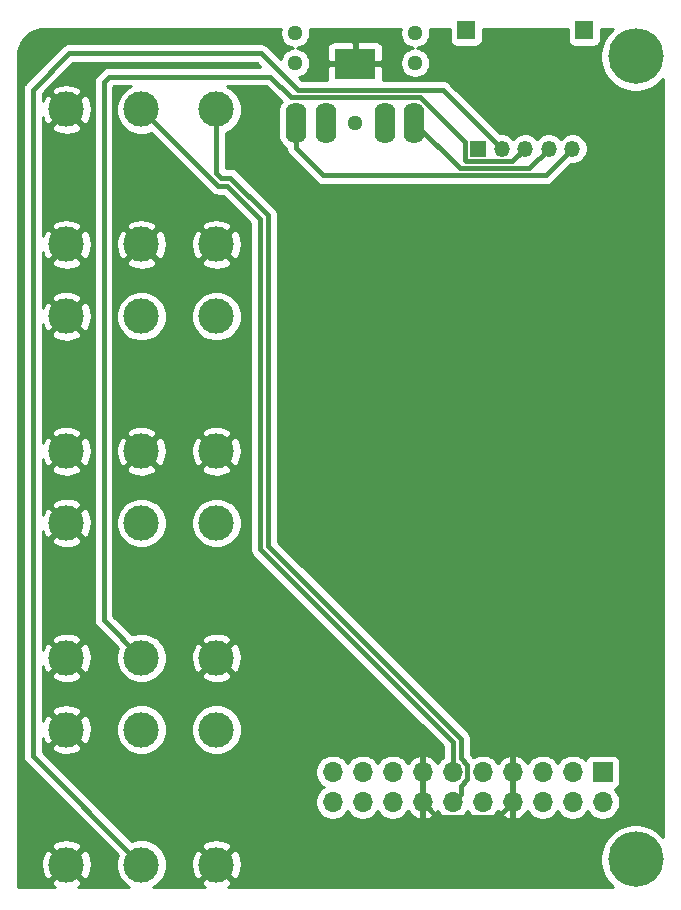
<source format=gbr>
G04 #@! TF.GenerationSoftware,KiCad,Pcbnew,5.1.7-a382d34a8~88~ubuntu18.04.1*
G04 #@! TF.CreationDate,2021-03-11T03:59:41+01:00*
G04 #@! TF.ProjectId,ZynAudioCon,5a796e41-7564-4696-9f43-6f6e2e6b6963,rev?*
G04 #@! TF.SameCoordinates,Original*
G04 #@! TF.FileFunction,Copper,L2,Bot*
G04 #@! TF.FilePolarity,Positive*
%FSLAX46Y46*%
G04 Gerber Fmt 4.6, Leading zero omitted, Abs format (unit mm)*
G04 Created by KiCad (PCBNEW 5.1.7-a382d34a8~88~ubuntu18.04.1) date 2021-03-11 03:59:41*
%MOMM*%
%LPD*%
G01*
G04 APERTURE LIST*
G04 #@! TA.AperFunction,ComponentPad*
%ADD10O,1.750000X3.500000*%
G04 #@! TD*
G04 #@! TA.AperFunction,ComponentPad*
%ADD11R,3.500000X2.500000*%
G04 #@! TD*
G04 #@! TA.AperFunction,ComponentPad*
%ADD12C,1.280000*%
G04 #@! TD*
G04 #@! TA.AperFunction,ComponentPad*
%ADD13R,1.524000X1.524000*%
G04 #@! TD*
G04 #@! TA.AperFunction,ComponentPad*
%ADD14R,1.350000X1.350000*%
G04 #@! TD*
G04 #@! TA.AperFunction,ComponentPad*
%ADD15O,1.350000X1.350000*%
G04 #@! TD*
G04 #@! TA.AperFunction,ComponentPad*
%ADD16C,4.700000*%
G04 #@! TD*
G04 #@! TA.AperFunction,ComponentPad*
%ADD17O,1.700000X1.700000*%
G04 #@! TD*
G04 #@! TA.AperFunction,ComponentPad*
%ADD18R,1.700000X1.700000*%
G04 #@! TD*
G04 #@! TA.AperFunction,ComponentPad*
%ADD19C,3.000000*%
G04 #@! TD*
G04 #@! TA.AperFunction,Conductor*
%ADD20C,0.400000*%
G04 #@! TD*
G04 #@! TA.AperFunction,Conductor*
%ADD21C,0.254000*%
G04 #@! TD*
G04 #@! TA.AperFunction,Conductor*
%ADD22C,0.100000*%
G04 #@! TD*
G04 APERTURE END LIST*
D10*
G04 #@! TO.P,PHONE1,RN*
G04 #@! TO.N,Net-(PHONE1-PadRN)*
X87900000Y-57508000D03*
G04 #@! TO.P,PHONE1,TN*
G04 #@! TO.N,Net-(PHONE1-PadTN)*
X82900000Y-57508000D03*
G04 #@! TO.P,PHONE1,T*
G04 #@! TO.N,PHONE-R*
X80400000Y-57508000D03*
D11*
G04 #@! TO.P,PHONE1,S*
G04 #@! TO.N,GND*
X85400000Y-52502000D03*
D10*
G04 #@! TO.P,PHONE1,R*
G04 #@! TO.N,PHONE-L*
X90400000Y-57508000D03*
D12*
G04 #@! TO.P,PHONE1,*
G04 #@! TO.N,*
X90480000Y-49907000D03*
X90480000Y-52447000D03*
X80320000Y-49907000D03*
X80320000Y-52447000D03*
X85400000Y-57527000D03*
G04 #@! TD*
D13*
G04 #@! TO.P,RV1,M2*
G04 #@! TO.N,N/C*
X104800000Y-49700000D03*
G04 #@! TO.P,RV1,M1*
X94800000Y-49700000D03*
D14*
G04 #@! TO.P,RV1,3*
G04 #@! TO.N,GND*
X95800000Y-59700000D03*
D15*
G04 #@! TO.P,RV1,1*
G04 #@! TO.N,NOUTR+*
X97800000Y-59700000D03*
G04 #@! TO.P,RV1,4*
G04 #@! TO.N,NOUTL+*
X99800000Y-59700000D03*
G04 #@! TO.P,RV1,5*
G04 #@! TO.N,PHONE-L*
X101800000Y-59700000D03*
G04 #@! TO.P,RV1,2*
G04 #@! TO.N,PHONE-R*
X103800000Y-59700000D03*
G04 #@! TD*
D16*
G04 #@! TO.P,REF\u002A\u002A,1*
G04 #@! TO.N,N/C*
X109160000Y-51890000D03*
G04 #@! TD*
G04 #@! TO.P,REF\u002A\u002A,1*
G04 #@! TO.N,N/C*
X109160000Y-119890000D03*
G04 #@! TD*
D17*
G04 #@! TO.P,J1,20*
G04 #@! TO.N,OUTL-*
X83500000Y-115030000D03*
G04 #@! TO.P,J1,19*
G04 #@! TO.N,OUTL+*
X83500000Y-112490000D03*
G04 #@! TO.P,J1,18*
G04 #@! TO.N,OUTR-*
X86040000Y-115030000D03*
G04 #@! TO.P,J1,17*
G04 #@! TO.N,OUTR+*
X86040000Y-112490000D03*
G04 #@! TO.P,J1,16*
G04 #@! TO.N,Net-(J1-Pad16)*
X88580000Y-115030000D03*
G04 #@! TO.P,J1,15*
G04 #@! TO.N,Net-(J1-Pad15)*
X88580000Y-112490000D03*
G04 #@! TO.P,J1,14*
G04 #@! TO.N,GND*
X91120000Y-115030000D03*
G04 #@! TO.P,J1,13*
X91120000Y-112490000D03*
G04 #@! TO.P,J1,12*
G04 #@! TO.N,INL-*
X93660000Y-115030000D03*
G04 #@! TO.P,J1,11*
G04 #@! TO.N,INL+*
X93660000Y-112490000D03*
G04 #@! TO.P,J1,10*
G04 #@! TO.N,INR-*
X96200000Y-115030000D03*
G04 #@! TO.P,J1,9*
G04 #@! TO.N,INR+*
X96200000Y-112490000D03*
G04 #@! TO.P,J1,8*
G04 #@! TO.N,GND*
X98740000Y-115030000D03*
G04 #@! TO.P,J1,7*
X98740000Y-112490000D03*
G04 #@! TO.P,J1,6*
G04 #@! TO.N,Net-(J1-Pad6)*
X101280000Y-115030000D03*
G04 #@! TO.P,J1,5*
G04 #@! TO.N,Net-(J1-Pad5)*
X101280000Y-112490000D03*
G04 #@! TO.P,J1,4*
G04 #@! TO.N,Net-(J1-Pad4)*
X103820000Y-115030000D03*
G04 #@! TO.P,J1,3*
G04 #@! TO.N,Net-(J1-Pad3)*
X103820000Y-112490000D03*
G04 #@! TO.P,J1,2*
G04 #@! TO.N,+5V*
X106360000Y-115030000D03*
D18*
G04 #@! TO.P,J1,1*
X106360000Y-112490000D03*
G04 #@! TD*
D19*
G04 #@! TO.P,AudioIN-1,T*
G04 #@! TO.N,INR-*
X73660000Y-73890000D03*
G04 #@! TO.P,AudioIN-1,S*
G04 #@! TO.N,GND*
X60960000Y-73890000D03*
G04 #@! TO.P,AudioIN-1,SN*
X60960000Y-85320000D03*
G04 #@! TO.P,AudioIN-1,TN*
X73660000Y-85320000D03*
G04 #@! TO.P,AudioIN-1,R*
G04 #@! TO.N,INR+*
X67310000Y-73890000D03*
G04 #@! TO.P,AudioIN-1,RN*
G04 #@! TO.N,GND*
X67310000Y-85320000D03*
G04 #@! TD*
G04 #@! TO.P,AudioIN-2,RN*
G04 #@! TO.N,GND*
X67310000Y-67820000D03*
G04 #@! TO.P,AudioIN-2,R*
G04 #@! TO.N,INL+*
X67310000Y-56390000D03*
G04 #@! TO.P,AudioIN-2,TN*
G04 #@! TO.N,GND*
X73660000Y-67820000D03*
G04 #@! TO.P,AudioIN-2,SN*
X60960000Y-67820000D03*
G04 #@! TO.P,AudioIN-2,S*
X60960000Y-56390000D03*
G04 #@! TO.P,AudioIN-2,T*
G04 #@! TO.N,INL-*
X73660000Y-56390000D03*
G04 #@! TD*
G04 #@! TO.P,AudioOUT-1,RN*
G04 #@! TO.N,NOUTR+*
X67310000Y-120320000D03*
G04 #@! TO.P,AudioOUT-1,R*
G04 #@! TO.N,OUTR+*
X67310000Y-108890000D03*
G04 #@! TO.P,AudioOUT-1,TN*
G04 #@! TO.N,GND*
X73660000Y-120320000D03*
G04 #@! TO.P,AudioOUT-1,SN*
X60960000Y-120320000D03*
G04 #@! TO.P,AudioOUT-1,S*
X60960000Y-108890000D03*
G04 #@! TO.P,AudioOUT-1,T*
G04 #@! TO.N,OUTR-*
X73660000Y-108890000D03*
G04 #@! TD*
G04 #@! TO.P,AudioOUT-2,RN*
G04 #@! TO.N,NOUTL+*
X67310000Y-102820000D03*
G04 #@! TO.P,AudioOUT-2,R*
G04 #@! TO.N,OUTL+*
X67310000Y-91390000D03*
G04 #@! TO.P,AudioOUT-2,TN*
G04 #@! TO.N,GND*
X73660000Y-102820000D03*
G04 #@! TO.P,AudioOUT-2,SN*
X60960000Y-102820000D03*
G04 #@! TO.P,AudioOUT-2,S*
X60960000Y-91390000D03*
G04 #@! TO.P,AudioOUT-2,T*
G04 #@! TO.N,OUTL-*
X73660000Y-91390000D03*
G04 #@! TD*
D20*
G04 #@! TO.N,GND*
X97489999Y-116280001D02*
X98740000Y-115030000D01*
X92370001Y-116280001D02*
X97489999Y-116280001D01*
X91120000Y-115030000D02*
X92370001Y-116280001D01*
G04 #@! TO.N,INL-*
X94360000Y-111339998D02*
X94360000Y-109665024D01*
X93660000Y-115030000D02*
X94360000Y-114330000D01*
X94360000Y-114330000D02*
X94360000Y-113640002D01*
X94360000Y-113640002D02*
X94910001Y-113090001D01*
X94910001Y-113090001D02*
X94910001Y-111889999D01*
X94910001Y-111889999D02*
X94360000Y-111339998D01*
X94360000Y-109665024D02*
X78050000Y-93355024D01*
X78050000Y-93355024D02*
X78050000Y-65355024D01*
X78050000Y-65355024D02*
X74844976Y-62150000D01*
X73660000Y-61750050D02*
X73660000Y-56390000D01*
X74059950Y-62150000D02*
X73660000Y-61750050D01*
X74844976Y-62150000D02*
X74059950Y-62150000D01*
G04 #@! TO.N,INL+*
X93660000Y-112490000D02*
X93660000Y-109954976D01*
X93660000Y-109954976D02*
X77350000Y-93644976D01*
X77350000Y-93644976D02*
X77350000Y-65644976D01*
X77350000Y-65644976D02*
X74555024Y-62850000D01*
X73165026Y-62245026D02*
X67310000Y-56390000D01*
X74555024Y-62850000D02*
X73770000Y-62850000D01*
X73770000Y-62850000D02*
X73165026Y-62245026D01*
G04 #@! TO.N,NOUTR+*
X92857980Y-54757980D02*
X97800000Y-59700000D01*
X67310000Y-120320000D02*
X58100000Y-111110000D01*
X61200000Y-51600000D02*
X77400998Y-51600000D01*
X58100000Y-111110000D02*
X58100000Y-54700000D01*
X77400998Y-51600000D02*
X80558978Y-54757980D01*
X58100000Y-54700000D02*
X61200000Y-51600000D01*
X80558978Y-54757980D02*
X92857980Y-54757980D01*
G04 #@! TO.N,NOUTL+*
X98724999Y-60775001D02*
X99800000Y-59700000D01*
X94804999Y-60775001D02*
X98724999Y-60775001D01*
X94724999Y-60695001D02*
X94804999Y-60775001D01*
X94724999Y-59154863D02*
X94724999Y-60695001D01*
X90928126Y-55357990D02*
X94724999Y-59154863D01*
X79957990Y-55357990D02*
X90928126Y-55357990D01*
X78200000Y-53600000D02*
X79957990Y-55357990D01*
X64600000Y-53600000D02*
X78200000Y-53600000D01*
X64100000Y-54100000D02*
X64600000Y-53600000D01*
X64100000Y-99610000D02*
X64100000Y-54100000D01*
X67310000Y-102820000D02*
X64100000Y-99610000D01*
G04 #@! TO.N,PHONE-L*
X94267010Y-61375010D02*
X90400000Y-57508000D01*
X100124990Y-61375010D02*
X94267010Y-61375010D01*
X101800000Y-59700000D02*
X100124990Y-61375010D01*
G04 #@! TO.N,PHONE-R*
X82717019Y-61975019D02*
X80400000Y-59658000D01*
X80400000Y-59658000D02*
X80400000Y-57508000D01*
X101524981Y-61975019D02*
X82717019Y-61975019D01*
X103800000Y-59700000D02*
X101524981Y-61975019D01*
G04 #@! TD*
D21*
G04 #@! TO.N,GND*
X59126353Y-49575000D02*
X79086061Y-49575000D01*
X79045000Y-49781423D01*
X79045000Y-50032577D01*
X79093998Y-50278904D01*
X79190110Y-50510939D01*
X79329643Y-50719765D01*
X79507235Y-50897357D01*
X79716061Y-51036890D01*
X79948096Y-51133002D01*
X80169287Y-51177000D01*
X79948096Y-51220998D01*
X79716061Y-51317110D01*
X79507235Y-51456643D01*
X79329643Y-51634235D01*
X79190110Y-51843061D01*
X79093998Y-52075096D01*
X79087853Y-52105988D01*
X78020444Y-51038579D01*
X77994289Y-51006709D01*
X77867144Y-50902364D01*
X77722085Y-50824828D01*
X77564687Y-50777082D01*
X77442017Y-50765000D01*
X77442016Y-50765000D01*
X77400998Y-50760960D01*
X77359980Y-50765000D01*
X61241018Y-50765000D01*
X61199999Y-50760960D01*
X61054373Y-50775303D01*
X61036311Y-50777082D01*
X60878913Y-50824828D01*
X60733854Y-50902364D01*
X60606709Y-51006709D01*
X60580559Y-51038573D01*
X57538574Y-54080559D01*
X57506710Y-54106709D01*
X57435654Y-54193291D01*
X57402364Y-54233855D01*
X57324828Y-54378914D01*
X57277082Y-54536312D01*
X57260960Y-54700000D01*
X57265001Y-54741029D01*
X57265000Y-111068982D01*
X57260960Y-111110000D01*
X57267491Y-111176310D01*
X57277082Y-111273688D01*
X57324828Y-111431086D01*
X57402364Y-111576145D01*
X57506709Y-111703291D01*
X57538579Y-111729446D01*
X65330074Y-119520942D01*
X65257047Y-119697244D01*
X65175000Y-120109721D01*
X65175000Y-120530279D01*
X65257047Y-120942756D01*
X65417988Y-121331302D01*
X65651637Y-121680983D01*
X65949017Y-121978363D01*
X66288204Y-122205000D01*
X61970509Y-122205000D01*
X62116038Y-122127214D01*
X62272048Y-121811653D01*
X60960000Y-120499605D01*
X59647952Y-121811653D01*
X59803962Y-122127214D01*
X59956750Y-122205000D01*
X56845000Y-122205000D01*
X56845000Y-120362824D01*
X58815098Y-120362824D01*
X58864666Y-120780451D01*
X58994757Y-121180383D01*
X59152786Y-121476038D01*
X59468347Y-121632048D01*
X60780395Y-120320000D01*
X61139605Y-120320000D01*
X62451653Y-121632048D01*
X62767214Y-121476038D01*
X62958020Y-121101255D01*
X63072044Y-120696449D01*
X63104902Y-120277176D01*
X63055334Y-119859549D01*
X62925243Y-119459617D01*
X62767214Y-119163962D01*
X62451653Y-119007952D01*
X61139605Y-120320000D01*
X60780395Y-120320000D01*
X59468347Y-119007952D01*
X59152786Y-119163962D01*
X58961980Y-119538745D01*
X58847956Y-119943551D01*
X58815098Y-120362824D01*
X56845000Y-120362824D01*
X56845000Y-118828347D01*
X59647952Y-118828347D01*
X60960000Y-120140395D01*
X62272048Y-118828347D01*
X62116038Y-118512786D01*
X61741255Y-118321980D01*
X61336449Y-118207956D01*
X60917176Y-118175098D01*
X60499549Y-118224666D01*
X60099617Y-118354757D01*
X59803962Y-118512786D01*
X59647952Y-118828347D01*
X56845000Y-118828347D01*
X56845000Y-51856353D01*
X56835711Y-51762045D01*
X56867670Y-51436107D01*
X56999489Y-50999502D01*
X57213600Y-50596815D01*
X57501848Y-50243388D01*
X57853261Y-49952673D01*
X58254439Y-49735758D01*
X58690113Y-49600894D01*
X59028335Y-49565346D01*
X59126353Y-49575000D01*
G04 #@! TA.AperFunction,Conductor*
D22*
G36*
X59126353Y-49575000D02*
G01*
X79086061Y-49575000D01*
X79045000Y-49781423D01*
X79045000Y-50032577D01*
X79093998Y-50278904D01*
X79190110Y-50510939D01*
X79329643Y-50719765D01*
X79507235Y-50897357D01*
X79716061Y-51036890D01*
X79948096Y-51133002D01*
X80169287Y-51177000D01*
X79948096Y-51220998D01*
X79716061Y-51317110D01*
X79507235Y-51456643D01*
X79329643Y-51634235D01*
X79190110Y-51843061D01*
X79093998Y-52075096D01*
X79087853Y-52105988D01*
X78020444Y-51038579D01*
X77994289Y-51006709D01*
X77867144Y-50902364D01*
X77722085Y-50824828D01*
X77564687Y-50777082D01*
X77442017Y-50765000D01*
X77442016Y-50765000D01*
X77400998Y-50760960D01*
X77359980Y-50765000D01*
X61241018Y-50765000D01*
X61199999Y-50760960D01*
X61054373Y-50775303D01*
X61036311Y-50777082D01*
X60878913Y-50824828D01*
X60733854Y-50902364D01*
X60606709Y-51006709D01*
X60580559Y-51038573D01*
X57538574Y-54080559D01*
X57506710Y-54106709D01*
X57435654Y-54193291D01*
X57402364Y-54233855D01*
X57324828Y-54378914D01*
X57277082Y-54536312D01*
X57260960Y-54700000D01*
X57265001Y-54741029D01*
X57265000Y-111068982D01*
X57260960Y-111110000D01*
X57267491Y-111176310D01*
X57277082Y-111273688D01*
X57324828Y-111431086D01*
X57402364Y-111576145D01*
X57506709Y-111703291D01*
X57538579Y-111729446D01*
X65330074Y-119520942D01*
X65257047Y-119697244D01*
X65175000Y-120109721D01*
X65175000Y-120530279D01*
X65257047Y-120942756D01*
X65417988Y-121331302D01*
X65651637Y-121680983D01*
X65949017Y-121978363D01*
X66288204Y-122205000D01*
X61970509Y-122205000D01*
X62116038Y-122127214D01*
X62272048Y-121811653D01*
X60960000Y-120499605D01*
X59647952Y-121811653D01*
X59803962Y-122127214D01*
X59956750Y-122205000D01*
X56845000Y-122205000D01*
X56845000Y-120362824D01*
X58815098Y-120362824D01*
X58864666Y-120780451D01*
X58994757Y-121180383D01*
X59152786Y-121476038D01*
X59468347Y-121632048D01*
X60780395Y-120320000D01*
X61139605Y-120320000D01*
X62451653Y-121632048D01*
X62767214Y-121476038D01*
X62958020Y-121101255D01*
X63072044Y-120696449D01*
X63104902Y-120277176D01*
X63055334Y-119859549D01*
X62925243Y-119459617D01*
X62767214Y-119163962D01*
X62451653Y-119007952D01*
X61139605Y-120320000D01*
X60780395Y-120320000D01*
X59468347Y-119007952D01*
X59152786Y-119163962D01*
X58961980Y-119538745D01*
X58847956Y-119943551D01*
X58815098Y-120362824D01*
X56845000Y-120362824D01*
X56845000Y-118828347D01*
X59647952Y-118828347D01*
X60960000Y-120140395D01*
X62272048Y-118828347D01*
X62116038Y-118512786D01*
X61741255Y-118321980D01*
X61336449Y-118207956D01*
X60917176Y-118175098D01*
X60499549Y-118224666D01*
X60099617Y-118354757D01*
X59803962Y-118512786D01*
X59647952Y-118828347D01*
X56845000Y-118828347D01*
X56845000Y-51856353D01*
X56835711Y-51762045D01*
X56867670Y-51436107D01*
X56999489Y-50999502D01*
X57213600Y-50596815D01*
X57501848Y-50243388D01*
X57853261Y-49952673D01*
X58254439Y-49735758D01*
X58690113Y-49600894D01*
X59028335Y-49565346D01*
X59126353Y-49575000D01*
G37*
G04 #@! TD.AperFunction*
D21*
X89205000Y-49781423D02*
X89205000Y-50032577D01*
X89253998Y-50278904D01*
X89350110Y-50510939D01*
X89489643Y-50719765D01*
X89667235Y-50897357D01*
X89876061Y-51036890D01*
X90108096Y-51133002D01*
X90329287Y-51177000D01*
X90108096Y-51220998D01*
X89876061Y-51317110D01*
X89667235Y-51456643D01*
X89489643Y-51634235D01*
X89350110Y-51843061D01*
X89253998Y-52075096D01*
X89205000Y-52321423D01*
X89205000Y-52572577D01*
X89253998Y-52818904D01*
X89350110Y-53050939D01*
X89489643Y-53259765D01*
X89667235Y-53437357D01*
X89876061Y-53576890D01*
X90108096Y-53673002D01*
X90354423Y-53722000D01*
X90605577Y-53722000D01*
X90851904Y-53673002D01*
X91083939Y-53576890D01*
X91292765Y-53437357D01*
X91470357Y-53259765D01*
X91609890Y-53050939D01*
X91706002Y-52818904D01*
X91755000Y-52572577D01*
X91755000Y-52321423D01*
X91706002Y-52075096D01*
X91609890Y-51843061D01*
X91470357Y-51634235D01*
X91292765Y-51456643D01*
X91083939Y-51317110D01*
X90851904Y-51220998D01*
X90630713Y-51177000D01*
X90851904Y-51133002D01*
X91083939Y-51036890D01*
X91292765Y-50897357D01*
X91470357Y-50719765D01*
X91609890Y-50510939D01*
X91706002Y-50278904D01*
X91755000Y-50032577D01*
X91755000Y-49781423D01*
X91713939Y-49575000D01*
X93399928Y-49575000D01*
X93399928Y-50462000D01*
X93412188Y-50586482D01*
X93448498Y-50706180D01*
X93507463Y-50816494D01*
X93586815Y-50913185D01*
X93683506Y-50992537D01*
X93793820Y-51051502D01*
X93913518Y-51087812D01*
X94038000Y-51100072D01*
X95562000Y-51100072D01*
X95686482Y-51087812D01*
X95806180Y-51051502D01*
X95916494Y-50992537D01*
X96013185Y-50913185D01*
X96092537Y-50816494D01*
X96151502Y-50706180D01*
X96187812Y-50586482D01*
X96200072Y-50462000D01*
X96200072Y-49575000D01*
X103399928Y-49575000D01*
X103399928Y-50462000D01*
X103412188Y-50586482D01*
X103448498Y-50706180D01*
X103507463Y-50816494D01*
X103586815Y-50913185D01*
X103683506Y-50992537D01*
X103793820Y-51051502D01*
X103913518Y-51087812D01*
X104038000Y-51100072D01*
X105562000Y-51100072D01*
X105686482Y-51087812D01*
X105806180Y-51051502D01*
X105916494Y-50992537D01*
X106013185Y-50913185D01*
X106092537Y-50816494D01*
X106151502Y-50706180D01*
X106187812Y-50586482D01*
X106200072Y-50462000D01*
X106200072Y-49575000D01*
X107253573Y-49575000D01*
X106841399Y-49987174D01*
X106514727Y-50476072D01*
X106289712Y-51019308D01*
X106175000Y-51596003D01*
X106175000Y-52183997D01*
X106289712Y-52760692D01*
X106514727Y-53303928D01*
X106841399Y-53792826D01*
X107257174Y-54208601D01*
X107746072Y-54535273D01*
X108289308Y-54760288D01*
X108866003Y-54875000D01*
X109453997Y-54875000D01*
X110030692Y-54760288D01*
X110573928Y-54535273D01*
X111062826Y-54208601D01*
X111475000Y-53796427D01*
X111475001Y-117983574D01*
X111062826Y-117571399D01*
X110573928Y-117244727D01*
X110030692Y-117019712D01*
X109453997Y-116905000D01*
X108866003Y-116905000D01*
X108289308Y-117019712D01*
X107746072Y-117244727D01*
X107257174Y-117571399D01*
X106841399Y-117987174D01*
X106514727Y-118476072D01*
X106289712Y-119019308D01*
X106175000Y-119596003D01*
X106175000Y-120183997D01*
X106289712Y-120760692D01*
X106514727Y-121303928D01*
X106841399Y-121792826D01*
X107253573Y-122205000D01*
X74670509Y-122205000D01*
X74816038Y-122127214D01*
X74972048Y-121811653D01*
X73660000Y-120499605D01*
X72347952Y-121811653D01*
X72503962Y-122127214D01*
X72656750Y-122205000D01*
X68331796Y-122205000D01*
X68670983Y-121978363D01*
X68968363Y-121680983D01*
X69202012Y-121331302D01*
X69362953Y-120942756D01*
X69445000Y-120530279D01*
X69445000Y-120362824D01*
X71515098Y-120362824D01*
X71564666Y-120780451D01*
X71694757Y-121180383D01*
X71852786Y-121476038D01*
X72168347Y-121632048D01*
X73480395Y-120320000D01*
X73839605Y-120320000D01*
X75151653Y-121632048D01*
X75467214Y-121476038D01*
X75658020Y-121101255D01*
X75772044Y-120696449D01*
X75804902Y-120277176D01*
X75755334Y-119859549D01*
X75625243Y-119459617D01*
X75467214Y-119163962D01*
X75151653Y-119007952D01*
X73839605Y-120320000D01*
X73480395Y-120320000D01*
X72168347Y-119007952D01*
X71852786Y-119163962D01*
X71661980Y-119538745D01*
X71547956Y-119943551D01*
X71515098Y-120362824D01*
X69445000Y-120362824D01*
X69445000Y-120109721D01*
X69362953Y-119697244D01*
X69202012Y-119308698D01*
X68968363Y-118959017D01*
X68837693Y-118828347D01*
X72347952Y-118828347D01*
X73660000Y-120140395D01*
X74972048Y-118828347D01*
X74816038Y-118512786D01*
X74441255Y-118321980D01*
X74036449Y-118207956D01*
X73617176Y-118175098D01*
X73199549Y-118224666D01*
X72799617Y-118354757D01*
X72503962Y-118512786D01*
X72347952Y-118828347D01*
X68837693Y-118828347D01*
X68670983Y-118661637D01*
X68321302Y-118427988D01*
X67932756Y-118267047D01*
X67520279Y-118185000D01*
X67099721Y-118185000D01*
X66687244Y-118267047D01*
X66510942Y-118340074D01*
X60514608Y-112343740D01*
X82015000Y-112343740D01*
X82015000Y-112636260D01*
X82072068Y-112923158D01*
X82184010Y-113193411D01*
X82346525Y-113436632D01*
X82553368Y-113643475D01*
X82727760Y-113760000D01*
X82553368Y-113876525D01*
X82346525Y-114083368D01*
X82184010Y-114326589D01*
X82072068Y-114596842D01*
X82015000Y-114883740D01*
X82015000Y-115176260D01*
X82072068Y-115463158D01*
X82184010Y-115733411D01*
X82346525Y-115976632D01*
X82553368Y-116183475D01*
X82796589Y-116345990D01*
X83066842Y-116457932D01*
X83353740Y-116515000D01*
X83646260Y-116515000D01*
X83933158Y-116457932D01*
X84203411Y-116345990D01*
X84446632Y-116183475D01*
X84653475Y-115976632D01*
X84770000Y-115802240D01*
X84886525Y-115976632D01*
X85093368Y-116183475D01*
X85336589Y-116345990D01*
X85606842Y-116457932D01*
X85893740Y-116515000D01*
X86186260Y-116515000D01*
X86473158Y-116457932D01*
X86743411Y-116345990D01*
X86986632Y-116183475D01*
X87193475Y-115976632D01*
X87310000Y-115802240D01*
X87426525Y-115976632D01*
X87633368Y-116183475D01*
X87876589Y-116345990D01*
X88146842Y-116457932D01*
X88433740Y-116515000D01*
X88726260Y-116515000D01*
X89013158Y-116457932D01*
X89283411Y-116345990D01*
X89526632Y-116183475D01*
X89733475Y-115976632D01*
X89855195Y-115794466D01*
X89924822Y-115911355D01*
X90119731Y-116127588D01*
X90353080Y-116301641D01*
X90615901Y-116426825D01*
X90763110Y-116471476D01*
X90993000Y-116350155D01*
X90993000Y-115157000D01*
X90973000Y-115157000D01*
X90973000Y-114903000D01*
X90993000Y-114903000D01*
X90993000Y-112617000D01*
X90973000Y-112617000D01*
X90973000Y-112363000D01*
X90993000Y-112363000D01*
X90993000Y-111169845D01*
X90763110Y-111048524D01*
X90615901Y-111093175D01*
X90353080Y-111218359D01*
X90119731Y-111392412D01*
X89924822Y-111608645D01*
X89855195Y-111725534D01*
X89733475Y-111543368D01*
X89526632Y-111336525D01*
X89283411Y-111174010D01*
X89013158Y-111062068D01*
X88726260Y-111005000D01*
X88433740Y-111005000D01*
X88146842Y-111062068D01*
X87876589Y-111174010D01*
X87633368Y-111336525D01*
X87426525Y-111543368D01*
X87310000Y-111717760D01*
X87193475Y-111543368D01*
X86986632Y-111336525D01*
X86743411Y-111174010D01*
X86473158Y-111062068D01*
X86186260Y-111005000D01*
X85893740Y-111005000D01*
X85606842Y-111062068D01*
X85336589Y-111174010D01*
X85093368Y-111336525D01*
X84886525Y-111543368D01*
X84770000Y-111717760D01*
X84653475Y-111543368D01*
X84446632Y-111336525D01*
X84203411Y-111174010D01*
X83933158Y-111062068D01*
X83646260Y-111005000D01*
X83353740Y-111005000D01*
X83066842Y-111062068D01*
X82796589Y-111174010D01*
X82553368Y-111336525D01*
X82346525Y-111543368D01*
X82184010Y-111786589D01*
X82072068Y-112056842D01*
X82015000Y-112343740D01*
X60514608Y-112343740D01*
X58935000Y-110764133D01*
X58935000Y-110381653D01*
X59647952Y-110381653D01*
X59803962Y-110697214D01*
X60178745Y-110888020D01*
X60583551Y-111002044D01*
X61002824Y-111034902D01*
X61420451Y-110985334D01*
X61820383Y-110855243D01*
X62116038Y-110697214D01*
X62272048Y-110381653D01*
X60960000Y-109069605D01*
X59647952Y-110381653D01*
X58935000Y-110381653D01*
X58935000Y-109566675D01*
X58994757Y-109750383D01*
X59152786Y-110046038D01*
X59468347Y-110202048D01*
X60780395Y-108890000D01*
X61139605Y-108890000D01*
X62451653Y-110202048D01*
X62767214Y-110046038D01*
X62958020Y-109671255D01*
X63072044Y-109266449D01*
X63104902Y-108847176D01*
X63085027Y-108679721D01*
X65175000Y-108679721D01*
X65175000Y-109100279D01*
X65257047Y-109512756D01*
X65417988Y-109901302D01*
X65651637Y-110250983D01*
X65949017Y-110548363D01*
X66298698Y-110782012D01*
X66687244Y-110942953D01*
X67099721Y-111025000D01*
X67520279Y-111025000D01*
X67932756Y-110942953D01*
X68321302Y-110782012D01*
X68670983Y-110548363D01*
X68968363Y-110250983D01*
X69202012Y-109901302D01*
X69362953Y-109512756D01*
X69445000Y-109100279D01*
X69445000Y-108679721D01*
X71525000Y-108679721D01*
X71525000Y-109100279D01*
X71607047Y-109512756D01*
X71767988Y-109901302D01*
X72001637Y-110250983D01*
X72299017Y-110548363D01*
X72648698Y-110782012D01*
X73037244Y-110942953D01*
X73449721Y-111025000D01*
X73870279Y-111025000D01*
X74282756Y-110942953D01*
X74671302Y-110782012D01*
X75020983Y-110548363D01*
X75318363Y-110250983D01*
X75552012Y-109901302D01*
X75712953Y-109512756D01*
X75795000Y-109100279D01*
X75795000Y-108679721D01*
X75712953Y-108267244D01*
X75552012Y-107878698D01*
X75318363Y-107529017D01*
X75020983Y-107231637D01*
X74671302Y-106997988D01*
X74282756Y-106837047D01*
X73870279Y-106755000D01*
X73449721Y-106755000D01*
X73037244Y-106837047D01*
X72648698Y-106997988D01*
X72299017Y-107231637D01*
X72001637Y-107529017D01*
X71767988Y-107878698D01*
X71607047Y-108267244D01*
X71525000Y-108679721D01*
X69445000Y-108679721D01*
X69362953Y-108267244D01*
X69202012Y-107878698D01*
X68968363Y-107529017D01*
X68670983Y-107231637D01*
X68321302Y-106997988D01*
X67932756Y-106837047D01*
X67520279Y-106755000D01*
X67099721Y-106755000D01*
X66687244Y-106837047D01*
X66298698Y-106997988D01*
X65949017Y-107231637D01*
X65651637Y-107529017D01*
X65417988Y-107878698D01*
X65257047Y-108267244D01*
X65175000Y-108679721D01*
X63085027Y-108679721D01*
X63055334Y-108429549D01*
X62925243Y-108029617D01*
X62767214Y-107733962D01*
X62451653Y-107577952D01*
X61139605Y-108890000D01*
X60780395Y-108890000D01*
X59468347Y-107577952D01*
X59152786Y-107733962D01*
X58961980Y-108108745D01*
X58935000Y-108204529D01*
X58935000Y-107398347D01*
X59647952Y-107398347D01*
X60960000Y-108710395D01*
X62272048Y-107398347D01*
X62116038Y-107082786D01*
X61741255Y-106891980D01*
X61336449Y-106777956D01*
X60917176Y-106745098D01*
X60499549Y-106794666D01*
X60099617Y-106924757D01*
X59803962Y-107082786D01*
X59647952Y-107398347D01*
X58935000Y-107398347D01*
X58935000Y-104311653D01*
X59647952Y-104311653D01*
X59803962Y-104627214D01*
X60178745Y-104818020D01*
X60583551Y-104932044D01*
X61002824Y-104964902D01*
X61420451Y-104915334D01*
X61820383Y-104785243D01*
X62116038Y-104627214D01*
X62272048Y-104311653D01*
X60960000Y-102999605D01*
X59647952Y-104311653D01*
X58935000Y-104311653D01*
X58935000Y-103496675D01*
X58994757Y-103680383D01*
X59152786Y-103976038D01*
X59468347Y-104132048D01*
X60780395Y-102820000D01*
X61139605Y-102820000D01*
X62451653Y-104132048D01*
X62767214Y-103976038D01*
X62958020Y-103601255D01*
X63072044Y-103196449D01*
X63104902Y-102777176D01*
X63055334Y-102359549D01*
X62925243Y-101959617D01*
X62767214Y-101663962D01*
X62451653Y-101507952D01*
X61139605Y-102820000D01*
X60780395Y-102820000D01*
X59468347Y-101507952D01*
X59152786Y-101663962D01*
X58961980Y-102038745D01*
X58935000Y-102134529D01*
X58935000Y-101328347D01*
X59647952Y-101328347D01*
X60960000Y-102640395D01*
X62272048Y-101328347D01*
X62116038Y-101012786D01*
X61741255Y-100821980D01*
X61336449Y-100707956D01*
X60917176Y-100675098D01*
X60499549Y-100724666D01*
X60099617Y-100854757D01*
X59803962Y-101012786D01*
X59647952Y-101328347D01*
X58935000Y-101328347D01*
X58935000Y-92881653D01*
X59647952Y-92881653D01*
X59803962Y-93197214D01*
X60178745Y-93388020D01*
X60583551Y-93502044D01*
X61002824Y-93534902D01*
X61420451Y-93485334D01*
X61820383Y-93355243D01*
X62116038Y-93197214D01*
X62272048Y-92881653D01*
X60960000Y-91569605D01*
X59647952Y-92881653D01*
X58935000Y-92881653D01*
X58935000Y-92066675D01*
X58994757Y-92250383D01*
X59152786Y-92546038D01*
X59468347Y-92702048D01*
X60780395Y-91390000D01*
X61139605Y-91390000D01*
X62451653Y-92702048D01*
X62767214Y-92546038D01*
X62958020Y-92171255D01*
X63072044Y-91766449D01*
X63104902Y-91347176D01*
X63055334Y-90929549D01*
X62925243Y-90529617D01*
X62767214Y-90233962D01*
X62451653Y-90077952D01*
X61139605Y-91390000D01*
X60780395Y-91390000D01*
X59468347Y-90077952D01*
X59152786Y-90233962D01*
X58961980Y-90608745D01*
X58935000Y-90704529D01*
X58935000Y-89898347D01*
X59647952Y-89898347D01*
X60960000Y-91210395D01*
X62272048Y-89898347D01*
X62116038Y-89582786D01*
X61741255Y-89391980D01*
X61336449Y-89277956D01*
X60917176Y-89245098D01*
X60499549Y-89294666D01*
X60099617Y-89424757D01*
X59803962Y-89582786D01*
X59647952Y-89898347D01*
X58935000Y-89898347D01*
X58935000Y-86811653D01*
X59647952Y-86811653D01*
X59803962Y-87127214D01*
X60178745Y-87318020D01*
X60583551Y-87432044D01*
X61002824Y-87464902D01*
X61420451Y-87415334D01*
X61820383Y-87285243D01*
X62116038Y-87127214D01*
X62272048Y-86811653D01*
X60960000Y-85499605D01*
X59647952Y-86811653D01*
X58935000Y-86811653D01*
X58935000Y-85996675D01*
X58994757Y-86180383D01*
X59152786Y-86476038D01*
X59468347Y-86632048D01*
X60780395Y-85320000D01*
X61139605Y-85320000D01*
X62451653Y-86632048D01*
X62767214Y-86476038D01*
X62958020Y-86101255D01*
X63072044Y-85696449D01*
X63104902Y-85277176D01*
X63055334Y-84859549D01*
X62925243Y-84459617D01*
X62767214Y-84163962D01*
X62451653Y-84007952D01*
X61139605Y-85320000D01*
X60780395Y-85320000D01*
X59468347Y-84007952D01*
X59152786Y-84163962D01*
X58961980Y-84538745D01*
X58935000Y-84634529D01*
X58935000Y-83828347D01*
X59647952Y-83828347D01*
X60960000Y-85140395D01*
X62272048Y-83828347D01*
X62116038Y-83512786D01*
X61741255Y-83321980D01*
X61336449Y-83207956D01*
X60917176Y-83175098D01*
X60499549Y-83224666D01*
X60099617Y-83354757D01*
X59803962Y-83512786D01*
X59647952Y-83828347D01*
X58935000Y-83828347D01*
X58935000Y-75381653D01*
X59647952Y-75381653D01*
X59803962Y-75697214D01*
X60178745Y-75888020D01*
X60583551Y-76002044D01*
X61002824Y-76034902D01*
X61420451Y-75985334D01*
X61820383Y-75855243D01*
X62116038Y-75697214D01*
X62272048Y-75381653D01*
X60960000Y-74069605D01*
X59647952Y-75381653D01*
X58935000Y-75381653D01*
X58935000Y-74566675D01*
X58994757Y-74750383D01*
X59152786Y-75046038D01*
X59468347Y-75202048D01*
X60780395Y-73890000D01*
X61139605Y-73890000D01*
X62451653Y-75202048D01*
X62767214Y-75046038D01*
X62958020Y-74671255D01*
X63072044Y-74266449D01*
X63104902Y-73847176D01*
X63055334Y-73429549D01*
X62925243Y-73029617D01*
X62767214Y-72733962D01*
X62451653Y-72577952D01*
X61139605Y-73890000D01*
X60780395Y-73890000D01*
X59468347Y-72577952D01*
X59152786Y-72733962D01*
X58961980Y-73108745D01*
X58935000Y-73204529D01*
X58935000Y-72398347D01*
X59647952Y-72398347D01*
X60960000Y-73710395D01*
X62272048Y-72398347D01*
X62116038Y-72082786D01*
X61741255Y-71891980D01*
X61336449Y-71777956D01*
X60917176Y-71745098D01*
X60499549Y-71794666D01*
X60099617Y-71924757D01*
X59803962Y-72082786D01*
X59647952Y-72398347D01*
X58935000Y-72398347D01*
X58935000Y-69311653D01*
X59647952Y-69311653D01*
X59803962Y-69627214D01*
X60178745Y-69818020D01*
X60583551Y-69932044D01*
X61002824Y-69964902D01*
X61420451Y-69915334D01*
X61820383Y-69785243D01*
X62116038Y-69627214D01*
X62272048Y-69311653D01*
X60960000Y-67999605D01*
X59647952Y-69311653D01*
X58935000Y-69311653D01*
X58935000Y-68496675D01*
X58994757Y-68680383D01*
X59152786Y-68976038D01*
X59468347Y-69132048D01*
X60780395Y-67820000D01*
X61139605Y-67820000D01*
X62451653Y-69132048D01*
X62767214Y-68976038D01*
X62958020Y-68601255D01*
X63072044Y-68196449D01*
X63104902Y-67777176D01*
X63055334Y-67359549D01*
X62925243Y-66959617D01*
X62767214Y-66663962D01*
X62451653Y-66507952D01*
X61139605Y-67820000D01*
X60780395Y-67820000D01*
X59468347Y-66507952D01*
X59152786Y-66663962D01*
X58961980Y-67038745D01*
X58935000Y-67134529D01*
X58935000Y-66328347D01*
X59647952Y-66328347D01*
X60960000Y-67640395D01*
X62272048Y-66328347D01*
X62116038Y-66012786D01*
X61741255Y-65821980D01*
X61336449Y-65707956D01*
X60917176Y-65675098D01*
X60499549Y-65724666D01*
X60099617Y-65854757D01*
X59803962Y-66012786D01*
X59647952Y-66328347D01*
X58935000Y-66328347D01*
X58935000Y-57881653D01*
X59647952Y-57881653D01*
X59803962Y-58197214D01*
X60178745Y-58388020D01*
X60583551Y-58502044D01*
X61002824Y-58534902D01*
X61420451Y-58485334D01*
X61820383Y-58355243D01*
X62116038Y-58197214D01*
X62272048Y-57881653D01*
X60960000Y-56569605D01*
X59647952Y-57881653D01*
X58935000Y-57881653D01*
X58935000Y-57066675D01*
X58994757Y-57250383D01*
X59152786Y-57546038D01*
X59468347Y-57702048D01*
X60780395Y-56390000D01*
X61139605Y-56390000D01*
X62451653Y-57702048D01*
X62767214Y-57546038D01*
X62958020Y-57171255D01*
X63072044Y-56766449D01*
X63104902Y-56347176D01*
X63055334Y-55929549D01*
X62925243Y-55529617D01*
X62767214Y-55233962D01*
X62451653Y-55077952D01*
X61139605Y-56390000D01*
X60780395Y-56390000D01*
X59468347Y-55077952D01*
X59152786Y-55233962D01*
X58961980Y-55608745D01*
X58935000Y-55704529D01*
X58935000Y-55045867D01*
X59082520Y-54898347D01*
X59647952Y-54898347D01*
X60960000Y-56210395D01*
X62272048Y-54898347D01*
X62116038Y-54582786D01*
X61741255Y-54391980D01*
X61336449Y-54277956D01*
X60917176Y-54245098D01*
X60499549Y-54294666D01*
X60099617Y-54424757D01*
X59803962Y-54582786D01*
X59647952Y-54898347D01*
X59082520Y-54898347D01*
X61545868Y-52435000D01*
X77055131Y-52435000D01*
X77385131Y-52765000D01*
X64641018Y-52765000D01*
X64600000Y-52760960D01*
X64558982Y-52765000D01*
X64558981Y-52765000D01*
X64436311Y-52777082D01*
X64278913Y-52824828D01*
X64133854Y-52902364D01*
X64006709Y-53006709D01*
X63980558Y-53038574D01*
X63538574Y-53480559D01*
X63506710Y-53506709D01*
X63480562Y-53538571D01*
X63402364Y-53633855D01*
X63324828Y-53778914D01*
X63277082Y-53936312D01*
X63260960Y-54100000D01*
X63265001Y-54141029D01*
X63265000Y-99568982D01*
X63260960Y-99610000D01*
X63265000Y-99651018D01*
X63277082Y-99773688D01*
X63324828Y-99931086D01*
X63402364Y-100076145D01*
X63506709Y-100203291D01*
X63538579Y-100229446D01*
X65330074Y-102020942D01*
X65257047Y-102197244D01*
X65175000Y-102609721D01*
X65175000Y-103030279D01*
X65257047Y-103442756D01*
X65417988Y-103831302D01*
X65651637Y-104180983D01*
X65949017Y-104478363D01*
X66298698Y-104712012D01*
X66687244Y-104872953D01*
X67099721Y-104955000D01*
X67520279Y-104955000D01*
X67932756Y-104872953D01*
X68321302Y-104712012D01*
X68670983Y-104478363D01*
X68837693Y-104311653D01*
X72347952Y-104311653D01*
X72503962Y-104627214D01*
X72878745Y-104818020D01*
X73283551Y-104932044D01*
X73702824Y-104964902D01*
X74120451Y-104915334D01*
X74520383Y-104785243D01*
X74816038Y-104627214D01*
X74972048Y-104311653D01*
X73660000Y-102999605D01*
X72347952Y-104311653D01*
X68837693Y-104311653D01*
X68968363Y-104180983D01*
X69202012Y-103831302D01*
X69362953Y-103442756D01*
X69445000Y-103030279D01*
X69445000Y-102862824D01*
X71515098Y-102862824D01*
X71564666Y-103280451D01*
X71694757Y-103680383D01*
X71852786Y-103976038D01*
X72168347Y-104132048D01*
X73480395Y-102820000D01*
X73839605Y-102820000D01*
X75151653Y-104132048D01*
X75467214Y-103976038D01*
X75658020Y-103601255D01*
X75772044Y-103196449D01*
X75804902Y-102777176D01*
X75755334Y-102359549D01*
X75625243Y-101959617D01*
X75467214Y-101663962D01*
X75151653Y-101507952D01*
X73839605Y-102820000D01*
X73480395Y-102820000D01*
X72168347Y-101507952D01*
X71852786Y-101663962D01*
X71661980Y-102038745D01*
X71547956Y-102443551D01*
X71515098Y-102862824D01*
X69445000Y-102862824D01*
X69445000Y-102609721D01*
X69362953Y-102197244D01*
X69202012Y-101808698D01*
X68968363Y-101459017D01*
X68837693Y-101328347D01*
X72347952Y-101328347D01*
X73660000Y-102640395D01*
X74972048Y-101328347D01*
X74816038Y-101012786D01*
X74441255Y-100821980D01*
X74036449Y-100707956D01*
X73617176Y-100675098D01*
X73199549Y-100724666D01*
X72799617Y-100854757D01*
X72503962Y-101012786D01*
X72347952Y-101328347D01*
X68837693Y-101328347D01*
X68670983Y-101161637D01*
X68321302Y-100927988D01*
X67932756Y-100767047D01*
X67520279Y-100685000D01*
X67099721Y-100685000D01*
X66687244Y-100767047D01*
X66510942Y-100840074D01*
X64935000Y-99264133D01*
X64935000Y-91179721D01*
X65175000Y-91179721D01*
X65175000Y-91600279D01*
X65257047Y-92012756D01*
X65417988Y-92401302D01*
X65651637Y-92750983D01*
X65949017Y-93048363D01*
X66298698Y-93282012D01*
X66687244Y-93442953D01*
X67099721Y-93525000D01*
X67520279Y-93525000D01*
X67932756Y-93442953D01*
X68321302Y-93282012D01*
X68670983Y-93048363D01*
X68968363Y-92750983D01*
X69202012Y-92401302D01*
X69362953Y-92012756D01*
X69445000Y-91600279D01*
X69445000Y-91179721D01*
X71525000Y-91179721D01*
X71525000Y-91600279D01*
X71607047Y-92012756D01*
X71767988Y-92401302D01*
X72001637Y-92750983D01*
X72299017Y-93048363D01*
X72648698Y-93282012D01*
X73037244Y-93442953D01*
X73449721Y-93525000D01*
X73870279Y-93525000D01*
X74282756Y-93442953D01*
X74671302Y-93282012D01*
X75020983Y-93048363D01*
X75318363Y-92750983D01*
X75552012Y-92401302D01*
X75712953Y-92012756D01*
X75795000Y-91600279D01*
X75795000Y-91179721D01*
X75712953Y-90767244D01*
X75552012Y-90378698D01*
X75318363Y-90029017D01*
X75020983Y-89731637D01*
X74671302Y-89497988D01*
X74282756Y-89337047D01*
X73870279Y-89255000D01*
X73449721Y-89255000D01*
X73037244Y-89337047D01*
X72648698Y-89497988D01*
X72299017Y-89731637D01*
X72001637Y-90029017D01*
X71767988Y-90378698D01*
X71607047Y-90767244D01*
X71525000Y-91179721D01*
X69445000Y-91179721D01*
X69362953Y-90767244D01*
X69202012Y-90378698D01*
X68968363Y-90029017D01*
X68670983Y-89731637D01*
X68321302Y-89497988D01*
X67932756Y-89337047D01*
X67520279Y-89255000D01*
X67099721Y-89255000D01*
X66687244Y-89337047D01*
X66298698Y-89497988D01*
X65949017Y-89731637D01*
X65651637Y-90029017D01*
X65417988Y-90378698D01*
X65257047Y-90767244D01*
X65175000Y-91179721D01*
X64935000Y-91179721D01*
X64935000Y-86811653D01*
X65997952Y-86811653D01*
X66153962Y-87127214D01*
X66528745Y-87318020D01*
X66933551Y-87432044D01*
X67352824Y-87464902D01*
X67770451Y-87415334D01*
X68170383Y-87285243D01*
X68466038Y-87127214D01*
X68622048Y-86811653D01*
X72347952Y-86811653D01*
X72503962Y-87127214D01*
X72878745Y-87318020D01*
X73283551Y-87432044D01*
X73702824Y-87464902D01*
X74120451Y-87415334D01*
X74520383Y-87285243D01*
X74816038Y-87127214D01*
X74972048Y-86811653D01*
X73660000Y-85499605D01*
X72347952Y-86811653D01*
X68622048Y-86811653D01*
X67310000Y-85499605D01*
X65997952Y-86811653D01*
X64935000Y-86811653D01*
X64935000Y-85362824D01*
X65165098Y-85362824D01*
X65214666Y-85780451D01*
X65344757Y-86180383D01*
X65502786Y-86476038D01*
X65818347Y-86632048D01*
X67130395Y-85320000D01*
X67489605Y-85320000D01*
X68801653Y-86632048D01*
X69117214Y-86476038D01*
X69308020Y-86101255D01*
X69422044Y-85696449D01*
X69448189Y-85362824D01*
X71515098Y-85362824D01*
X71564666Y-85780451D01*
X71694757Y-86180383D01*
X71852786Y-86476038D01*
X72168347Y-86632048D01*
X73480395Y-85320000D01*
X73839605Y-85320000D01*
X75151653Y-86632048D01*
X75467214Y-86476038D01*
X75658020Y-86101255D01*
X75772044Y-85696449D01*
X75804902Y-85277176D01*
X75755334Y-84859549D01*
X75625243Y-84459617D01*
X75467214Y-84163962D01*
X75151653Y-84007952D01*
X73839605Y-85320000D01*
X73480395Y-85320000D01*
X72168347Y-84007952D01*
X71852786Y-84163962D01*
X71661980Y-84538745D01*
X71547956Y-84943551D01*
X71515098Y-85362824D01*
X69448189Y-85362824D01*
X69454902Y-85277176D01*
X69405334Y-84859549D01*
X69275243Y-84459617D01*
X69117214Y-84163962D01*
X68801653Y-84007952D01*
X67489605Y-85320000D01*
X67130395Y-85320000D01*
X65818347Y-84007952D01*
X65502786Y-84163962D01*
X65311980Y-84538745D01*
X65197956Y-84943551D01*
X65165098Y-85362824D01*
X64935000Y-85362824D01*
X64935000Y-83828347D01*
X65997952Y-83828347D01*
X67310000Y-85140395D01*
X68622048Y-83828347D01*
X72347952Y-83828347D01*
X73660000Y-85140395D01*
X74972048Y-83828347D01*
X74816038Y-83512786D01*
X74441255Y-83321980D01*
X74036449Y-83207956D01*
X73617176Y-83175098D01*
X73199549Y-83224666D01*
X72799617Y-83354757D01*
X72503962Y-83512786D01*
X72347952Y-83828347D01*
X68622048Y-83828347D01*
X68466038Y-83512786D01*
X68091255Y-83321980D01*
X67686449Y-83207956D01*
X67267176Y-83175098D01*
X66849549Y-83224666D01*
X66449617Y-83354757D01*
X66153962Y-83512786D01*
X65997952Y-83828347D01*
X64935000Y-83828347D01*
X64935000Y-73679721D01*
X65175000Y-73679721D01*
X65175000Y-74100279D01*
X65257047Y-74512756D01*
X65417988Y-74901302D01*
X65651637Y-75250983D01*
X65949017Y-75548363D01*
X66298698Y-75782012D01*
X66687244Y-75942953D01*
X67099721Y-76025000D01*
X67520279Y-76025000D01*
X67932756Y-75942953D01*
X68321302Y-75782012D01*
X68670983Y-75548363D01*
X68968363Y-75250983D01*
X69202012Y-74901302D01*
X69362953Y-74512756D01*
X69445000Y-74100279D01*
X69445000Y-73679721D01*
X71525000Y-73679721D01*
X71525000Y-74100279D01*
X71607047Y-74512756D01*
X71767988Y-74901302D01*
X72001637Y-75250983D01*
X72299017Y-75548363D01*
X72648698Y-75782012D01*
X73037244Y-75942953D01*
X73449721Y-76025000D01*
X73870279Y-76025000D01*
X74282756Y-75942953D01*
X74671302Y-75782012D01*
X75020983Y-75548363D01*
X75318363Y-75250983D01*
X75552012Y-74901302D01*
X75712953Y-74512756D01*
X75795000Y-74100279D01*
X75795000Y-73679721D01*
X75712953Y-73267244D01*
X75552012Y-72878698D01*
X75318363Y-72529017D01*
X75020983Y-72231637D01*
X74671302Y-71997988D01*
X74282756Y-71837047D01*
X73870279Y-71755000D01*
X73449721Y-71755000D01*
X73037244Y-71837047D01*
X72648698Y-71997988D01*
X72299017Y-72231637D01*
X72001637Y-72529017D01*
X71767988Y-72878698D01*
X71607047Y-73267244D01*
X71525000Y-73679721D01*
X69445000Y-73679721D01*
X69362953Y-73267244D01*
X69202012Y-72878698D01*
X68968363Y-72529017D01*
X68670983Y-72231637D01*
X68321302Y-71997988D01*
X67932756Y-71837047D01*
X67520279Y-71755000D01*
X67099721Y-71755000D01*
X66687244Y-71837047D01*
X66298698Y-71997988D01*
X65949017Y-72231637D01*
X65651637Y-72529017D01*
X65417988Y-72878698D01*
X65257047Y-73267244D01*
X65175000Y-73679721D01*
X64935000Y-73679721D01*
X64935000Y-69311653D01*
X65997952Y-69311653D01*
X66153962Y-69627214D01*
X66528745Y-69818020D01*
X66933551Y-69932044D01*
X67352824Y-69964902D01*
X67770451Y-69915334D01*
X68170383Y-69785243D01*
X68466038Y-69627214D01*
X68622048Y-69311653D01*
X72347952Y-69311653D01*
X72503962Y-69627214D01*
X72878745Y-69818020D01*
X73283551Y-69932044D01*
X73702824Y-69964902D01*
X74120451Y-69915334D01*
X74520383Y-69785243D01*
X74816038Y-69627214D01*
X74972048Y-69311653D01*
X73660000Y-67999605D01*
X72347952Y-69311653D01*
X68622048Y-69311653D01*
X67310000Y-67999605D01*
X65997952Y-69311653D01*
X64935000Y-69311653D01*
X64935000Y-67862824D01*
X65165098Y-67862824D01*
X65214666Y-68280451D01*
X65344757Y-68680383D01*
X65502786Y-68976038D01*
X65818347Y-69132048D01*
X67130395Y-67820000D01*
X67489605Y-67820000D01*
X68801653Y-69132048D01*
X69117214Y-68976038D01*
X69308020Y-68601255D01*
X69422044Y-68196449D01*
X69448189Y-67862824D01*
X71515098Y-67862824D01*
X71564666Y-68280451D01*
X71694757Y-68680383D01*
X71852786Y-68976038D01*
X72168347Y-69132048D01*
X73480395Y-67820000D01*
X73839605Y-67820000D01*
X75151653Y-69132048D01*
X75467214Y-68976038D01*
X75658020Y-68601255D01*
X75772044Y-68196449D01*
X75804902Y-67777176D01*
X75755334Y-67359549D01*
X75625243Y-66959617D01*
X75467214Y-66663962D01*
X75151653Y-66507952D01*
X73839605Y-67820000D01*
X73480395Y-67820000D01*
X72168347Y-66507952D01*
X71852786Y-66663962D01*
X71661980Y-67038745D01*
X71547956Y-67443551D01*
X71515098Y-67862824D01*
X69448189Y-67862824D01*
X69454902Y-67777176D01*
X69405334Y-67359549D01*
X69275243Y-66959617D01*
X69117214Y-66663962D01*
X68801653Y-66507952D01*
X67489605Y-67820000D01*
X67130395Y-67820000D01*
X65818347Y-66507952D01*
X65502786Y-66663962D01*
X65311980Y-67038745D01*
X65197956Y-67443551D01*
X65165098Y-67862824D01*
X64935000Y-67862824D01*
X64935000Y-66328347D01*
X65997952Y-66328347D01*
X67310000Y-67640395D01*
X68622048Y-66328347D01*
X72347952Y-66328347D01*
X73660000Y-67640395D01*
X74972048Y-66328347D01*
X74816038Y-66012786D01*
X74441255Y-65821980D01*
X74036449Y-65707956D01*
X73617176Y-65675098D01*
X73199549Y-65724666D01*
X72799617Y-65854757D01*
X72503962Y-66012786D01*
X72347952Y-66328347D01*
X68622048Y-66328347D01*
X68466038Y-66012786D01*
X68091255Y-65821980D01*
X67686449Y-65707956D01*
X67267176Y-65675098D01*
X66849549Y-65724666D01*
X66449617Y-65854757D01*
X66153962Y-66012786D01*
X65997952Y-66328347D01*
X64935000Y-66328347D01*
X64935000Y-54445867D01*
X64945868Y-54435000D01*
X66450765Y-54435000D01*
X66298698Y-54497988D01*
X65949017Y-54731637D01*
X65651637Y-55029017D01*
X65417988Y-55378698D01*
X65257047Y-55767244D01*
X65175000Y-56179721D01*
X65175000Y-56600279D01*
X65257047Y-57012756D01*
X65417988Y-57401302D01*
X65651637Y-57750983D01*
X65949017Y-58048363D01*
X66298698Y-58282012D01*
X66687244Y-58442953D01*
X67099721Y-58525000D01*
X67520279Y-58525000D01*
X67932756Y-58442953D01*
X68109059Y-58369926D01*
X72603596Y-62864464D01*
X72603601Y-62864468D01*
X73150558Y-63411426D01*
X73176709Y-63443291D01*
X73303854Y-63547636D01*
X73448913Y-63625172D01*
X73606311Y-63672918D01*
X73728981Y-63685000D01*
X73728991Y-63685000D01*
X73769999Y-63689039D01*
X73811007Y-63685000D01*
X74209157Y-63685000D01*
X76515001Y-65990845D01*
X76515000Y-93603958D01*
X76510960Y-93644976D01*
X76515000Y-93685994D01*
X76527082Y-93808664D01*
X76574828Y-93966062D01*
X76652364Y-94111121D01*
X76756709Y-94238267D01*
X76788579Y-94264422D01*
X92825001Y-110300845D01*
X92825000Y-111261935D01*
X92713368Y-111336525D01*
X92506525Y-111543368D01*
X92384805Y-111725534D01*
X92315178Y-111608645D01*
X92120269Y-111392412D01*
X91886920Y-111218359D01*
X91624099Y-111093175D01*
X91476890Y-111048524D01*
X91247000Y-111169845D01*
X91247000Y-112363000D01*
X91267000Y-112363000D01*
X91267000Y-112617000D01*
X91247000Y-112617000D01*
X91247000Y-114903000D01*
X91267000Y-114903000D01*
X91267000Y-115157000D01*
X91247000Y-115157000D01*
X91247000Y-116350155D01*
X91476890Y-116471476D01*
X91624099Y-116426825D01*
X91886920Y-116301641D01*
X92120269Y-116127588D01*
X92315178Y-115911355D01*
X92384805Y-115794466D01*
X92506525Y-115976632D01*
X92713368Y-116183475D01*
X92956589Y-116345990D01*
X93226842Y-116457932D01*
X93513740Y-116515000D01*
X93806260Y-116515000D01*
X94093158Y-116457932D01*
X94363411Y-116345990D01*
X94606632Y-116183475D01*
X94813475Y-115976632D01*
X94930000Y-115802240D01*
X95046525Y-115976632D01*
X95253368Y-116183475D01*
X95496589Y-116345990D01*
X95766842Y-116457932D01*
X96053740Y-116515000D01*
X96346260Y-116515000D01*
X96633158Y-116457932D01*
X96903411Y-116345990D01*
X97146632Y-116183475D01*
X97353475Y-115976632D01*
X97475195Y-115794466D01*
X97544822Y-115911355D01*
X97739731Y-116127588D01*
X97973080Y-116301641D01*
X98235901Y-116426825D01*
X98383110Y-116471476D01*
X98613000Y-116350155D01*
X98613000Y-115157000D01*
X98593000Y-115157000D01*
X98593000Y-114903000D01*
X98613000Y-114903000D01*
X98613000Y-112617000D01*
X98593000Y-112617000D01*
X98593000Y-112363000D01*
X98613000Y-112363000D01*
X98613000Y-111169845D01*
X98867000Y-111169845D01*
X98867000Y-112363000D01*
X98887000Y-112363000D01*
X98887000Y-112617000D01*
X98867000Y-112617000D01*
X98867000Y-114903000D01*
X98887000Y-114903000D01*
X98887000Y-115157000D01*
X98867000Y-115157000D01*
X98867000Y-116350155D01*
X99096890Y-116471476D01*
X99244099Y-116426825D01*
X99506920Y-116301641D01*
X99740269Y-116127588D01*
X99935178Y-115911355D01*
X100004805Y-115794466D01*
X100126525Y-115976632D01*
X100333368Y-116183475D01*
X100576589Y-116345990D01*
X100846842Y-116457932D01*
X101133740Y-116515000D01*
X101426260Y-116515000D01*
X101713158Y-116457932D01*
X101983411Y-116345990D01*
X102226632Y-116183475D01*
X102433475Y-115976632D01*
X102550000Y-115802240D01*
X102666525Y-115976632D01*
X102873368Y-116183475D01*
X103116589Y-116345990D01*
X103386842Y-116457932D01*
X103673740Y-116515000D01*
X103966260Y-116515000D01*
X104253158Y-116457932D01*
X104523411Y-116345990D01*
X104766632Y-116183475D01*
X104973475Y-115976632D01*
X105090000Y-115802240D01*
X105206525Y-115976632D01*
X105413368Y-116183475D01*
X105656589Y-116345990D01*
X105926842Y-116457932D01*
X106213740Y-116515000D01*
X106506260Y-116515000D01*
X106793158Y-116457932D01*
X107063411Y-116345990D01*
X107306632Y-116183475D01*
X107513475Y-115976632D01*
X107675990Y-115733411D01*
X107787932Y-115463158D01*
X107845000Y-115176260D01*
X107845000Y-114883740D01*
X107787932Y-114596842D01*
X107675990Y-114326589D01*
X107513475Y-114083368D01*
X107381620Y-113951513D01*
X107454180Y-113929502D01*
X107564494Y-113870537D01*
X107661185Y-113791185D01*
X107740537Y-113694494D01*
X107799502Y-113584180D01*
X107835812Y-113464482D01*
X107848072Y-113340000D01*
X107848072Y-111640000D01*
X107835812Y-111515518D01*
X107799502Y-111395820D01*
X107740537Y-111285506D01*
X107661185Y-111188815D01*
X107564494Y-111109463D01*
X107454180Y-111050498D01*
X107334482Y-111014188D01*
X107210000Y-111001928D01*
X105510000Y-111001928D01*
X105385518Y-111014188D01*
X105265820Y-111050498D01*
X105155506Y-111109463D01*
X105058815Y-111188815D01*
X104979463Y-111285506D01*
X104920498Y-111395820D01*
X104898487Y-111468380D01*
X104766632Y-111336525D01*
X104523411Y-111174010D01*
X104253158Y-111062068D01*
X103966260Y-111005000D01*
X103673740Y-111005000D01*
X103386842Y-111062068D01*
X103116589Y-111174010D01*
X102873368Y-111336525D01*
X102666525Y-111543368D01*
X102550000Y-111717760D01*
X102433475Y-111543368D01*
X102226632Y-111336525D01*
X101983411Y-111174010D01*
X101713158Y-111062068D01*
X101426260Y-111005000D01*
X101133740Y-111005000D01*
X100846842Y-111062068D01*
X100576589Y-111174010D01*
X100333368Y-111336525D01*
X100126525Y-111543368D01*
X100004805Y-111725534D01*
X99935178Y-111608645D01*
X99740269Y-111392412D01*
X99506920Y-111218359D01*
X99244099Y-111093175D01*
X99096890Y-111048524D01*
X98867000Y-111169845D01*
X98613000Y-111169845D01*
X98383110Y-111048524D01*
X98235901Y-111093175D01*
X97973080Y-111218359D01*
X97739731Y-111392412D01*
X97544822Y-111608645D01*
X97475195Y-111725534D01*
X97353475Y-111543368D01*
X97146632Y-111336525D01*
X96903411Y-111174010D01*
X96633158Y-111062068D01*
X96346260Y-111005000D01*
X96053740Y-111005000D01*
X95766842Y-111062068D01*
X95496589Y-111174010D01*
X95423630Y-111222760D01*
X95195000Y-110994131D01*
X95195000Y-109706042D01*
X95199040Y-109665023D01*
X95182918Y-109501335D01*
X95135172Y-109343937D01*
X95057636Y-109198878D01*
X94989567Y-109115936D01*
X94953291Y-109071733D01*
X94921427Y-109045583D01*
X78885000Y-93009157D01*
X78885000Y-65396031D01*
X78889039Y-65355023D01*
X78885000Y-65314015D01*
X78885000Y-65314005D01*
X78872918Y-65191335D01*
X78825172Y-65033937D01*
X78747636Y-64888878D01*
X78643291Y-64761733D01*
X78611427Y-64735583D01*
X75464422Y-61588579D01*
X75438267Y-61556709D01*
X75311122Y-61452364D01*
X75166063Y-61374828D01*
X75008665Y-61327082D01*
X74885995Y-61315000D01*
X74885994Y-61315000D01*
X74844976Y-61310960D01*
X74803958Y-61315000D01*
X74495000Y-61315000D01*
X74495000Y-58355039D01*
X74671302Y-58282012D01*
X75020983Y-58048363D01*
X75318363Y-57750983D01*
X75552012Y-57401302D01*
X75712953Y-57012756D01*
X75795000Y-56600279D01*
X75795000Y-56179721D01*
X75712953Y-55767244D01*
X75552012Y-55378698D01*
X75318363Y-55029017D01*
X75020983Y-54731637D01*
X74671302Y-54497988D01*
X74519235Y-54435000D01*
X77854133Y-54435000D01*
X79170300Y-55751168D01*
X79138406Y-55790031D01*
X78998192Y-56052353D01*
X78911849Y-56336989D01*
X78890000Y-56558823D01*
X78890000Y-58457178D01*
X78911850Y-58679012D01*
X78998193Y-58963648D01*
X79138407Y-59225970D01*
X79327104Y-59455897D01*
X79557031Y-59644594D01*
X79562018Y-59647260D01*
X79560960Y-59658000D01*
X79565000Y-59699018D01*
X79577082Y-59821688D01*
X79624828Y-59979086D01*
X79702364Y-60124145D01*
X79806709Y-60251291D01*
X79838579Y-60277446D01*
X82097582Y-62536451D01*
X82123728Y-62568310D01*
X82250873Y-62672655D01*
X82395932Y-62750191D01*
X82553330Y-62797937D01*
X82676000Y-62810019D01*
X82676001Y-62810019D01*
X82717019Y-62814059D01*
X82758037Y-62810019D01*
X101483963Y-62810019D01*
X101524981Y-62814059D01*
X101565999Y-62810019D01*
X101566000Y-62810019D01*
X101688670Y-62797937D01*
X101846068Y-62750191D01*
X101991127Y-62672655D01*
X102118272Y-62568310D01*
X102144427Y-62536440D01*
X103670886Y-61009982D01*
X103670976Y-61010000D01*
X103929024Y-61010000D01*
X104182113Y-60959658D01*
X104420518Y-60860907D01*
X104635077Y-60717544D01*
X104817544Y-60535077D01*
X104960907Y-60320518D01*
X105059658Y-60082113D01*
X105110000Y-59829024D01*
X105110000Y-59570976D01*
X105059658Y-59317887D01*
X104960907Y-59079482D01*
X104817544Y-58864923D01*
X104635077Y-58682456D01*
X104420518Y-58539093D01*
X104182113Y-58440342D01*
X103929024Y-58390000D01*
X103670976Y-58390000D01*
X103417887Y-58440342D01*
X103179482Y-58539093D01*
X102964923Y-58682456D01*
X102800000Y-58847379D01*
X102635077Y-58682456D01*
X102420518Y-58539093D01*
X102182113Y-58440342D01*
X101929024Y-58390000D01*
X101670976Y-58390000D01*
X101417887Y-58440342D01*
X101179482Y-58539093D01*
X100964923Y-58682456D01*
X100800000Y-58847379D01*
X100635077Y-58682456D01*
X100420518Y-58539093D01*
X100182113Y-58440342D01*
X99929024Y-58390000D01*
X99670976Y-58390000D01*
X99417887Y-58440342D01*
X99179482Y-58539093D01*
X98964923Y-58682456D01*
X98800000Y-58847379D01*
X98635077Y-58682456D01*
X98420518Y-58539093D01*
X98182113Y-58440342D01*
X97929024Y-58390000D01*
X97670976Y-58390000D01*
X97670887Y-58390018D01*
X93477426Y-54196559D01*
X93451271Y-54164689D01*
X93324126Y-54060344D01*
X93179067Y-53982808D01*
X93021669Y-53935062D01*
X92898999Y-53922980D01*
X92898998Y-53922980D01*
X92857980Y-53918940D01*
X92816962Y-53922980D01*
X87761707Y-53922980D01*
X87775812Y-53876482D01*
X87788072Y-53752000D01*
X87785000Y-52787750D01*
X87626250Y-52629000D01*
X85527000Y-52629000D01*
X85527000Y-52649000D01*
X85273000Y-52649000D01*
X85273000Y-52629000D01*
X83173750Y-52629000D01*
X83015000Y-52787750D01*
X83011928Y-53752000D01*
X83024188Y-53876482D01*
X83038293Y-53922980D01*
X80904846Y-53922980D01*
X80661013Y-53679147D01*
X80691904Y-53673002D01*
X80923939Y-53576890D01*
X81132765Y-53437357D01*
X81310357Y-53259765D01*
X81449890Y-53050939D01*
X81546002Y-52818904D01*
X81595000Y-52572577D01*
X81595000Y-52321423D01*
X81546002Y-52075096D01*
X81449890Y-51843061D01*
X81310357Y-51634235D01*
X81132765Y-51456643D01*
X80923939Y-51317110D01*
X80766750Y-51252000D01*
X83011928Y-51252000D01*
X83015000Y-52216250D01*
X83173750Y-52375000D01*
X85273000Y-52375000D01*
X85273000Y-50775750D01*
X85527000Y-50775750D01*
X85527000Y-52375000D01*
X87626250Y-52375000D01*
X87785000Y-52216250D01*
X87788072Y-51252000D01*
X87775812Y-51127518D01*
X87739502Y-51007820D01*
X87680537Y-50897506D01*
X87601185Y-50800815D01*
X87504494Y-50721463D01*
X87394180Y-50662498D01*
X87274482Y-50626188D01*
X87150000Y-50613928D01*
X85685750Y-50617000D01*
X85527000Y-50775750D01*
X85273000Y-50775750D01*
X85114250Y-50617000D01*
X83650000Y-50613928D01*
X83525518Y-50626188D01*
X83405820Y-50662498D01*
X83295506Y-50721463D01*
X83198815Y-50800815D01*
X83119463Y-50897506D01*
X83060498Y-51007820D01*
X83024188Y-51127518D01*
X83011928Y-51252000D01*
X80766750Y-51252000D01*
X80691904Y-51220998D01*
X80470713Y-51177000D01*
X80691904Y-51133002D01*
X80923939Y-51036890D01*
X81132765Y-50897357D01*
X81310357Y-50719765D01*
X81449890Y-50510939D01*
X81546002Y-50278904D01*
X81595000Y-50032577D01*
X81595000Y-49781423D01*
X81553939Y-49575000D01*
X89246061Y-49575000D01*
X89205000Y-49781423D01*
G04 #@! TA.AperFunction,Conductor*
D22*
G36*
X89205000Y-49781423D02*
G01*
X89205000Y-50032577D01*
X89253998Y-50278904D01*
X89350110Y-50510939D01*
X89489643Y-50719765D01*
X89667235Y-50897357D01*
X89876061Y-51036890D01*
X90108096Y-51133002D01*
X90329287Y-51177000D01*
X90108096Y-51220998D01*
X89876061Y-51317110D01*
X89667235Y-51456643D01*
X89489643Y-51634235D01*
X89350110Y-51843061D01*
X89253998Y-52075096D01*
X89205000Y-52321423D01*
X89205000Y-52572577D01*
X89253998Y-52818904D01*
X89350110Y-53050939D01*
X89489643Y-53259765D01*
X89667235Y-53437357D01*
X89876061Y-53576890D01*
X90108096Y-53673002D01*
X90354423Y-53722000D01*
X90605577Y-53722000D01*
X90851904Y-53673002D01*
X91083939Y-53576890D01*
X91292765Y-53437357D01*
X91470357Y-53259765D01*
X91609890Y-53050939D01*
X91706002Y-52818904D01*
X91755000Y-52572577D01*
X91755000Y-52321423D01*
X91706002Y-52075096D01*
X91609890Y-51843061D01*
X91470357Y-51634235D01*
X91292765Y-51456643D01*
X91083939Y-51317110D01*
X90851904Y-51220998D01*
X90630713Y-51177000D01*
X90851904Y-51133002D01*
X91083939Y-51036890D01*
X91292765Y-50897357D01*
X91470357Y-50719765D01*
X91609890Y-50510939D01*
X91706002Y-50278904D01*
X91755000Y-50032577D01*
X91755000Y-49781423D01*
X91713939Y-49575000D01*
X93399928Y-49575000D01*
X93399928Y-50462000D01*
X93412188Y-50586482D01*
X93448498Y-50706180D01*
X93507463Y-50816494D01*
X93586815Y-50913185D01*
X93683506Y-50992537D01*
X93793820Y-51051502D01*
X93913518Y-51087812D01*
X94038000Y-51100072D01*
X95562000Y-51100072D01*
X95686482Y-51087812D01*
X95806180Y-51051502D01*
X95916494Y-50992537D01*
X96013185Y-50913185D01*
X96092537Y-50816494D01*
X96151502Y-50706180D01*
X96187812Y-50586482D01*
X96200072Y-50462000D01*
X96200072Y-49575000D01*
X103399928Y-49575000D01*
X103399928Y-50462000D01*
X103412188Y-50586482D01*
X103448498Y-50706180D01*
X103507463Y-50816494D01*
X103586815Y-50913185D01*
X103683506Y-50992537D01*
X103793820Y-51051502D01*
X103913518Y-51087812D01*
X104038000Y-51100072D01*
X105562000Y-51100072D01*
X105686482Y-51087812D01*
X105806180Y-51051502D01*
X105916494Y-50992537D01*
X106013185Y-50913185D01*
X106092537Y-50816494D01*
X106151502Y-50706180D01*
X106187812Y-50586482D01*
X106200072Y-50462000D01*
X106200072Y-49575000D01*
X107253573Y-49575000D01*
X106841399Y-49987174D01*
X106514727Y-50476072D01*
X106289712Y-51019308D01*
X106175000Y-51596003D01*
X106175000Y-52183997D01*
X106289712Y-52760692D01*
X106514727Y-53303928D01*
X106841399Y-53792826D01*
X107257174Y-54208601D01*
X107746072Y-54535273D01*
X108289308Y-54760288D01*
X108866003Y-54875000D01*
X109453997Y-54875000D01*
X110030692Y-54760288D01*
X110573928Y-54535273D01*
X111062826Y-54208601D01*
X111475000Y-53796427D01*
X111475001Y-117983574D01*
X111062826Y-117571399D01*
X110573928Y-117244727D01*
X110030692Y-117019712D01*
X109453997Y-116905000D01*
X108866003Y-116905000D01*
X108289308Y-117019712D01*
X107746072Y-117244727D01*
X107257174Y-117571399D01*
X106841399Y-117987174D01*
X106514727Y-118476072D01*
X106289712Y-119019308D01*
X106175000Y-119596003D01*
X106175000Y-120183997D01*
X106289712Y-120760692D01*
X106514727Y-121303928D01*
X106841399Y-121792826D01*
X107253573Y-122205000D01*
X74670509Y-122205000D01*
X74816038Y-122127214D01*
X74972048Y-121811653D01*
X73660000Y-120499605D01*
X72347952Y-121811653D01*
X72503962Y-122127214D01*
X72656750Y-122205000D01*
X68331796Y-122205000D01*
X68670983Y-121978363D01*
X68968363Y-121680983D01*
X69202012Y-121331302D01*
X69362953Y-120942756D01*
X69445000Y-120530279D01*
X69445000Y-120362824D01*
X71515098Y-120362824D01*
X71564666Y-120780451D01*
X71694757Y-121180383D01*
X71852786Y-121476038D01*
X72168347Y-121632048D01*
X73480395Y-120320000D01*
X73839605Y-120320000D01*
X75151653Y-121632048D01*
X75467214Y-121476038D01*
X75658020Y-121101255D01*
X75772044Y-120696449D01*
X75804902Y-120277176D01*
X75755334Y-119859549D01*
X75625243Y-119459617D01*
X75467214Y-119163962D01*
X75151653Y-119007952D01*
X73839605Y-120320000D01*
X73480395Y-120320000D01*
X72168347Y-119007952D01*
X71852786Y-119163962D01*
X71661980Y-119538745D01*
X71547956Y-119943551D01*
X71515098Y-120362824D01*
X69445000Y-120362824D01*
X69445000Y-120109721D01*
X69362953Y-119697244D01*
X69202012Y-119308698D01*
X68968363Y-118959017D01*
X68837693Y-118828347D01*
X72347952Y-118828347D01*
X73660000Y-120140395D01*
X74972048Y-118828347D01*
X74816038Y-118512786D01*
X74441255Y-118321980D01*
X74036449Y-118207956D01*
X73617176Y-118175098D01*
X73199549Y-118224666D01*
X72799617Y-118354757D01*
X72503962Y-118512786D01*
X72347952Y-118828347D01*
X68837693Y-118828347D01*
X68670983Y-118661637D01*
X68321302Y-118427988D01*
X67932756Y-118267047D01*
X67520279Y-118185000D01*
X67099721Y-118185000D01*
X66687244Y-118267047D01*
X66510942Y-118340074D01*
X60514608Y-112343740D01*
X82015000Y-112343740D01*
X82015000Y-112636260D01*
X82072068Y-112923158D01*
X82184010Y-113193411D01*
X82346525Y-113436632D01*
X82553368Y-113643475D01*
X82727760Y-113760000D01*
X82553368Y-113876525D01*
X82346525Y-114083368D01*
X82184010Y-114326589D01*
X82072068Y-114596842D01*
X82015000Y-114883740D01*
X82015000Y-115176260D01*
X82072068Y-115463158D01*
X82184010Y-115733411D01*
X82346525Y-115976632D01*
X82553368Y-116183475D01*
X82796589Y-116345990D01*
X83066842Y-116457932D01*
X83353740Y-116515000D01*
X83646260Y-116515000D01*
X83933158Y-116457932D01*
X84203411Y-116345990D01*
X84446632Y-116183475D01*
X84653475Y-115976632D01*
X84770000Y-115802240D01*
X84886525Y-115976632D01*
X85093368Y-116183475D01*
X85336589Y-116345990D01*
X85606842Y-116457932D01*
X85893740Y-116515000D01*
X86186260Y-116515000D01*
X86473158Y-116457932D01*
X86743411Y-116345990D01*
X86986632Y-116183475D01*
X87193475Y-115976632D01*
X87310000Y-115802240D01*
X87426525Y-115976632D01*
X87633368Y-116183475D01*
X87876589Y-116345990D01*
X88146842Y-116457932D01*
X88433740Y-116515000D01*
X88726260Y-116515000D01*
X89013158Y-116457932D01*
X89283411Y-116345990D01*
X89526632Y-116183475D01*
X89733475Y-115976632D01*
X89855195Y-115794466D01*
X89924822Y-115911355D01*
X90119731Y-116127588D01*
X90353080Y-116301641D01*
X90615901Y-116426825D01*
X90763110Y-116471476D01*
X90993000Y-116350155D01*
X90993000Y-115157000D01*
X90973000Y-115157000D01*
X90973000Y-114903000D01*
X90993000Y-114903000D01*
X90993000Y-112617000D01*
X90973000Y-112617000D01*
X90973000Y-112363000D01*
X90993000Y-112363000D01*
X90993000Y-111169845D01*
X90763110Y-111048524D01*
X90615901Y-111093175D01*
X90353080Y-111218359D01*
X90119731Y-111392412D01*
X89924822Y-111608645D01*
X89855195Y-111725534D01*
X89733475Y-111543368D01*
X89526632Y-111336525D01*
X89283411Y-111174010D01*
X89013158Y-111062068D01*
X88726260Y-111005000D01*
X88433740Y-111005000D01*
X88146842Y-111062068D01*
X87876589Y-111174010D01*
X87633368Y-111336525D01*
X87426525Y-111543368D01*
X87310000Y-111717760D01*
X87193475Y-111543368D01*
X86986632Y-111336525D01*
X86743411Y-111174010D01*
X86473158Y-111062068D01*
X86186260Y-111005000D01*
X85893740Y-111005000D01*
X85606842Y-111062068D01*
X85336589Y-111174010D01*
X85093368Y-111336525D01*
X84886525Y-111543368D01*
X84770000Y-111717760D01*
X84653475Y-111543368D01*
X84446632Y-111336525D01*
X84203411Y-111174010D01*
X83933158Y-111062068D01*
X83646260Y-111005000D01*
X83353740Y-111005000D01*
X83066842Y-111062068D01*
X82796589Y-111174010D01*
X82553368Y-111336525D01*
X82346525Y-111543368D01*
X82184010Y-111786589D01*
X82072068Y-112056842D01*
X82015000Y-112343740D01*
X60514608Y-112343740D01*
X58935000Y-110764133D01*
X58935000Y-110381653D01*
X59647952Y-110381653D01*
X59803962Y-110697214D01*
X60178745Y-110888020D01*
X60583551Y-111002044D01*
X61002824Y-111034902D01*
X61420451Y-110985334D01*
X61820383Y-110855243D01*
X62116038Y-110697214D01*
X62272048Y-110381653D01*
X60960000Y-109069605D01*
X59647952Y-110381653D01*
X58935000Y-110381653D01*
X58935000Y-109566675D01*
X58994757Y-109750383D01*
X59152786Y-110046038D01*
X59468347Y-110202048D01*
X60780395Y-108890000D01*
X61139605Y-108890000D01*
X62451653Y-110202048D01*
X62767214Y-110046038D01*
X62958020Y-109671255D01*
X63072044Y-109266449D01*
X63104902Y-108847176D01*
X63085027Y-108679721D01*
X65175000Y-108679721D01*
X65175000Y-109100279D01*
X65257047Y-109512756D01*
X65417988Y-109901302D01*
X65651637Y-110250983D01*
X65949017Y-110548363D01*
X66298698Y-110782012D01*
X66687244Y-110942953D01*
X67099721Y-111025000D01*
X67520279Y-111025000D01*
X67932756Y-110942953D01*
X68321302Y-110782012D01*
X68670983Y-110548363D01*
X68968363Y-110250983D01*
X69202012Y-109901302D01*
X69362953Y-109512756D01*
X69445000Y-109100279D01*
X69445000Y-108679721D01*
X71525000Y-108679721D01*
X71525000Y-109100279D01*
X71607047Y-109512756D01*
X71767988Y-109901302D01*
X72001637Y-110250983D01*
X72299017Y-110548363D01*
X72648698Y-110782012D01*
X73037244Y-110942953D01*
X73449721Y-111025000D01*
X73870279Y-111025000D01*
X74282756Y-110942953D01*
X74671302Y-110782012D01*
X75020983Y-110548363D01*
X75318363Y-110250983D01*
X75552012Y-109901302D01*
X75712953Y-109512756D01*
X75795000Y-109100279D01*
X75795000Y-108679721D01*
X75712953Y-108267244D01*
X75552012Y-107878698D01*
X75318363Y-107529017D01*
X75020983Y-107231637D01*
X74671302Y-106997988D01*
X74282756Y-106837047D01*
X73870279Y-106755000D01*
X73449721Y-106755000D01*
X73037244Y-106837047D01*
X72648698Y-106997988D01*
X72299017Y-107231637D01*
X72001637Y-107529017D01*
X71767988Y-107878698D01*
X71607047Y-108267244D01*
X71525000Y-108679721D01*
X69445000Y-108679721D01*
X69362953Y-108267244D01*
X69202012Y-107878698D01*
X68968363Y-107529017D01*
X68670983Y-107231637D01*
X68321302Y-106997988D01*
X67932756Y-106837047D01*
X67520279Y-106755000D01*
X67099721Y-106755000D01*
X66687244Y-106837047D01*
X66298698Y-106997988D01*
X65949017Y-107231637D01*
X65651637Y-107529017D01*
X65417988Y-107878698D01*
X65257047Y-108267244D01*
X65175000Y-108679721D01*
X63085027Y-108679721D01*
X63055334Y-108429549D01*
X62925243Y-108029617D01*
X62767214Y-107733962D01*
X62451653Y-107577952D01*
X61139605Y-108890000D01*
X60780395Y-108890000D01*
X59468347Y-107577952D01*
X59152786Y-107733962D01*
X58961980Y-108108745D01*
X58935000Y-108204529D01*
X58935000Y-107398347D01*
X59647952Y-107398347D01*
X60960000Y-108710395D01*
X62272048Y-107398347D01*
X62116038Y-107082786D01*
X61741255Y-106891980D01*
X61336449Y-106777956D01*
X60917176Y-106745098D01*
X60499549Y-106794666D01*
X60099617Y-106924757D01*
X59803962Y-107082786D01*
X59647952Y-107398347D01*
X58935000Y-107398347D01*
X58935000Y-104311653D01*
X59647952Y-104311653D01*
X59803962Y-104627214D01*
X60178745Y-104818020D01*
X60583551Y-104932044D01*
X61002824Y-104964902D01*
X61420451Y-104915334D01*
X61820383Y-104785243D01*
X62116038Y-104627214D01*
X62272048Y-104311653D01*
X60960000Y-102999605D01*
X59647952Y-104311653D01*
X58935000Y-104311653D01*
X58935000Y-103496675D01*
X58994757Y-103680383D01*
X59152786Y-103976038D01*
X59468347Y-104132048D01*
X60780395Y-102820000D01*
X61139605Y-102820000D01*
X62451653Y-104132048D01*
X62767214Y-103976038D01*
X62958020Y-103601255D01*
X63072044Y-103196449D01*
X63104902Y-102777176D01*
X63055334Y-102359549D01*
X62925243Y-101959617D01*
X62767214Y-101663962D01*
X62451653Y-101507952D01*
X61139605Y-102820000D01*
X60780395Y-102820000D01*
X59468347Y-101507952D01*
X59152786Y-101663962D01*
X58961980Y-102038745D01*
X58935000Y-102134529D01*
X58935000Y-101328347D01*
X59647952Y-101328347D01*
X60960000Y-102640395D01*
X62272048Y-101328347D01*
X62116038Y-101012786D01*
X61741255Y-100821980D01*
X61336449Y-100707956D01*
X60917176Y-100675098D01*
X60499549Y-100724666D01*
X60099617Y-100854757D01*
X59803962Y-101012786D01*
X59647952Y-101328347D01*
X58935000Y-101328347D01*
X58935000Y-92881653D01*
X59647952Y-92881653D01*
X59803962Y-93197214D01*
X60178745Y-93388020D01*
X60583551Y-93502044D01*
X61002824Y-93534902D01*
X61420451Y-93485334D01*
X61820383Y-93355243D01*
X62116038Y-93197214D01*
X62272048Y-92881653D01*
X60960000Y-91569605D01*
X59647952Y-92881653D01*
X58935000Y-92881653D01*
X58935000Y-92066675D01*
X58994757Y-92250383D01*
X59152786Y-92546038D01*
X59468347Y-92702048D01*
X60780395Y-91390000D01*
X61139605Y-91390000D01*
X62451653Y-92702048D01*
X62767214Y-92546038D01*
X62958020Y-92171255D01*
X63072044Y-91766449D01*
X63104902Y-91347176D01*
X63055334Y-90929549D01*
X62925243Y-90529617D01*
X62767214Y-90233962D01*
X62451653Y-90077952D01*
X61139605Y-91390000D01*
X60780395Y-91390000D01*
X59468347Y-90077952D01*
X59152786Y-90233962D01*
X58961980Y-90608745D01*
X58935000Y-90704529D01*
X58935000Y-89898347D01*
X59647952Y-89898347D01*
X60960000Y-91210395D01*
X62272048Y-89898347D01*
X62116038Y-89582786D01*
X61741255Y-89391980D01*
X61336449Y-89277956D01*
X60917176Y-89245098D01*
X60499549Y-89294666D01*
X60099617Y-89424757D01*
X59803962Y-89582786D01*
X59647952Y-89898347D01*
X58935000Y-89898347D01*
X58935000Y-86811653D01*
X59647952Y-86811653D01*
X59803962Y-87127214D01*
X60178745Y-87318020D01*
X60583551Y-87432044D01*
X61002824Y-87464902D01*
X61420451Y-87415334D01*
X61820383Y-87285243D01*
X62116038Y-87127214D01*
X62272048Y-86811653D01*
X60960000Y-85499605D01*
X59647952Y-86811653D01*
X58935000Y-86811653D01*
X58935000Y-85996675D01*
X58994757Y-86180383D01*
X59152786Y-86476038D01*
X59468347Y-86632048D01*
X60780395Y-85320000D01*
X61139605Y-85320000D01*
X62451653Y-86632048D01*
X62767214Y-86476038D01*
X62958020Y-86101255D01*
X63072044Y-85696449D01*
X63104902Y-85277176D01*
X63055334Y-84859549D01*
X62925243Y-84459617D01*
X62767214Y-84163962D01*
X62451653Y-84007952D01*
X61139605Y-85320000D01*
X60780395Y-85320000D01*
X59468347Y-84007952D01*
X59152786Y-84163962D01*
X58961980Y-84538745D01*
X58935000Y-84634529D01*
X58935000Y-83828347D01*
X59647952Y-83828347D01*
X60960000Y-85140395D01*
X62272048Y-83828347D01*
X62116038Y-83512786D01*
X61741255Y-83321980D01*
X61336449Y-83207956D01*
X60917176Y-83175098D01*
X60499549Y-83224666D01*
X60099617Y-83354757D01*
X59803962Y-83512786D01*
X59647952Y-83828347D01*
X58935000Y-83828347D01*
X58935000Y-75381653D01*
X59647952Y-75381653D01*
X59803962Y-75697214D01*
X60178745Y-75888020D01*
X60583551Y-76002044D01*
X61002824Y-76034902D01*
X61420451Y-75985334D01*
X61820383Y-75855243D01*
X62116038Y-75697214D01*
X62272048Y-75381653D01*
X60960000Y-74069605D01*
X59647952Y-75381653D01*
X58935000Y-75381653D01*
X58935000Y-74566675D01*
X58994757Y-74750383D01*
X59152786Y-75046038D01*
X59468347Y-75202048D01*
X60780395Y-73890000D01*
X61139605Y-73890000D01*
X62451653Y-75202048D01*
X62767214Y-75046038D01*
X62958020Y-74671255D01*
X63072044Y-74266449D01*
X63104902Y-73847176D01*
X63055334Y-73429549D01*
X62925243Y-73029617D01*
X62767214Y-72733962D01*
X62451653Y-72577952D01*
X61139605Y-73890000D01*
X60780395Y-73890000D01*
X59468347Y-72577952D01*
X59152786Y-72733962D01*
X58961980Y-73108745D01*
X58935000Y-73204529D01*
X58935000Y-72398347D01*
X59647952Y-72398347D01*
X60960000Y-73710395D01*
X62272048Y-72398347D01*
X62116038Y-72082786D01*
X61741255Y-71891980D01*
X61336449Y-71777956D01*
X60917176Y-71745098D01*
X60499549Y-71794666D01*
X60099617Y-71924757D01*
X59803962Y-72082786D01*
X59647952Y-72398347D01*
X58935000Y-72398347D01*
X58935000Y-69311653D01*
X59647952Y-69311653D01*
X59803962Y-69627214D01*
X60178745Y-69818020D01*
X60583551Y-69932044D01*
X61002824Y-69964902D01*
X61420451Y-69915334D01*
X61820383Y-69785243D01*
X62116038Y-69627214D01*
X62272048Y-69311653D01*
X60960000Y-67999605D01*
X59647952Y-69311653D01*
X58935000Y-69311653D01*
X58935000Y-68496675D01*
X58994757Y-68680383D01*
X59152786Y-68976038D01*
X59468347Y-69132048D01*
X60780395Y-67820000D01*
X61139605Y-67820000D01*
X62451653Y-69132048D01*
X62767214Y-68976038D01*
X62958020Y-68601255D01*
X63072044Y-68196449D01*
X63104902Y-67777176D01*
X63055334Y-67359549D01*
X62925243Y-66959617D01*
X62767214Y-66663962D01*
X62451653Y-66507952D01*
X61139605Y-67820000D01*
X60780395Y-67820000D01*
X59468347Y-66507952D01*
X59152786Y-66663962D01*
X58961980Y-67038745D01*
X58935000Y-67134529D01*
X58935000Y-66328347D01*
X59647952Y-66328347D01*
X60960000Y-67640395D01*
X62272048Y-66328347D01*
X62116038Y-66012786D01*
X61741255Y-65821980D01*
X61336449Y-65707956D01*
X60917176Y-65675098D01*
X60499549Y-65724666D01*
X60099617Y-65854757D01*
X59803962Y-66012786D01*
X59647952Y-66328347D01*
X58935000Y-66328347D01*
X58935000Y-57881653D01*
X59647952Y-57881653D01*
X59803962Y-58197214D01*
X60178745Y-58388020D01*
X60583551Y-58502044D01*
X61002824Y-58534902D01*
X61420451Y-58485334D01*
X61820383Y-58355243D01*
X62116038Y-58197214D01*
X62272048Y-57881653D01*
X60960000Y-56569605D01*
X59647952Y-57881653D01*
X58935000Y-57881653D01*
X58935000Y-57066675D01*
X58994757Y-57250383D01*
X59152786Y-57546038D01*
X59468347Y-57702048D01*
X60780395Y-56390000D01*
X61139605Y-56390000D01*
X62451653Y-57702048D01*
X62767214Y-57546038D01*
X62958020Y-57171255D01*
X63072044Y-56766449D01*
X63104902Y-56347176D01*
X63055334Y-55929549D01*
X62925243Y-55529617D01*
X62767214Y-55233962D01*
X62451653Y-55077952D01*
X61139605Y-56390000D01*
X60780395Y-56390000D01*
X59468347Y-55077952D01*
X59152786Y-55233962D01*
X58961980Y-55608745D01*
X58935000Y-55704529D01*
X58935000Y-55045867D01*
X59082520Y-54898347D01*
X59647952Y-54898347D01*
X60960000Y-56210395D01*
X62272048Y-54898347D01*
X62116038Y-54582786D01*
X61741255Y-54391980D01*
X61336449Y-54277956D01*
X60917176Y-54245098D01*
X60499549Y-54294666D01*
X60099617Y-54424757D01*
X59803962Y-54582786D01*
X59647952Y-54898347D01*
X59082520Y-54898347D01*
X61545868Y-52435000D01*
X77055131Y-52435000D01*
X77385131Y-52765000D01*
X64641018Y-52765000D01*
X64600000Y-52760960D01*
X64558982Y-52765000D01*
X64558981Y-52765000D01*
X64436311Y-52777082D01*
X64278913Y-52824828D01*
X64133854Y-52902364D01*
X64006709Y-53006709D01*
X63980558Y-53038574D01*
X63538574Y-53480559D01*
X63506710Y-53506709D01*
X63480562Y-53538571D01*
X63402364Y-53633855D01*
X63324828Y-53778914D01*
X63277082Y-53936312D01*
X63260960Y-54100000D01*
X63265001Y-54141029D01*
X63265000Y-99568982D01*
X63260960Y-99610000D01*
X63265000Y-99651018D01*
X63277082Y-99773688D01*
X63324828Y-99931086D01*
X63402364Y-100076145D01*
X63506709Y-100203291D01*
X63538579Y-100229446D01*
X65330074Y-102020942D01*
X65257047Y-102197244D01*
X65175000Y-102609721D01*
X65175000Y-103030279D01*
X65257047Y-103442756D01*
X65417988Y-103831302D01*
X65651637Y-104180983D01*
X65949017Y-104478363D01*
X66298698Y-104712012D01*
X66687244Y-104872953D01*
X67099721Y-104955000D01*
X67520279Y-104955000D01*
X67932756Y-104872953D01*
X68321302Y-104712012D01*
X68670983Y-104478363D01*
X68837693Y-104311653D01*
X72347952Y-104311653D01*
X72503962Y-104627214D01*
X72878745Y-104818020D01*
X73283551Y-104932044D01*
X73702824Y-104964902D01*
X74120451Y-104915334D01*
X74520383Y-104785243D01*
X74816038Y-104627214D01*
X74972048Y-104311653D01*
X73660000Y-102999605D01*
X72347952Y-104311653D01*
X68837693Y-104311653D01*
X68968363Y-104180983D01*
X69202012Y-103831302D01*
X69362953Y-103442756D01*
X69445000Y-103030279D01*
X69445000Y-102862824D01*
X71515098Y-102862824D01*
X71564666Y-103280451D01*
X71694757Y-103680383D01*
X71852786Y-103976038D01*
X72168347Y-104132048D01*
X73480395Y-102820000D01*
X73839605Y-102820000D01*
X75151653Y-104132048D01*
X75467214Y-103976038D01*
X75658020Y-103601255D01*
X75772044Y-103196449D01*
X75804902Y-102777176D01*
X75755334Y-102359549D01*
X75625243Y-101959617D01*
X75467214Y-101663962D01*
X75151653Y-101507952D01*
X73839605Y-102820000D01*
X73480395Y-102820000D01*
X72168347Y-101507952D01*
X71852786Y-101663962D01*
X71661980Y-102038745D01*
X71547956Y-102443551D01*
X71515098Y-102862824D01*
X69445000Y-102862824D01*
X69445000Y-102609721D01*
X69362953Y-102197244D01*
X69202012Y-101808698D01*
X68968363Y-101459017D01*
X68837693Y-101328347D01*
X72347952Y-101328347D01*
X73660000Y-102640395D01*
X74972048Y-101328347D01*
X74816038Y-101012786D01*
X74441255Y-100821980D01*
X74036449Y-100707956D01*
X73617176Y-100675098D01*
X73199549Y-100724666D01*
X72799617Y-100854757D01*
X72503962Y-101012786D01*
X72347952Y-101328347D01*
X68837693Y-101328347D01*
X68670983Y-101161637D01*
X68321302Y-100927988D01*
X67932756Y-100767047D01*
X67520279Y-100685000D01*
X67099721Y-100685000D01*
X66687244Y-100767047D01*
X66510942Y-100840074D01*
X64935000Y-99264133D01*
X64935000Y-91179721D01*
X65175000Y-91179721D01*
X65175000Y-91600279D01*
X65257047Y-92012756D01*
X65417988Y-92401302D01*
X65651637Y-92750983D01*
X65949017Y-93048363D01*
X66298698Y-93282012D01*
X66687244Y-93442953D01*
X67099721Y-93525000D01*
X67520279Y-93525000D01*
X67932756Y-93442953D01*
X68321302Y-93282012D01*
X68670983Y-93048363D01*
X68968363Y-92750983D01*
X69202012Y-92401302D01*
X69362953Y-92012756D01*
X69445000Y-91600279D01*
X69445000Y-91179721D01*
X71525000Y-91179721D01*
X71525000Y-91600279D01*
X71607047Y-92012756D01*
X71767988Y-92401302D01*
X72001637Y-92750983D01*
X72299017Y-93048363D01*
X72648698Y-93282012D01*
X73037244Y-93442953D01*
X73449721Y-93525000D01*
X73870279Y-93525000D01*
X74282756Y-93442953D01*
X74671302Y-93282012D01*
X75020983Y-93048363D01*
X75318363Y-92750983D01*
X75552012Y-92401302D01*
X75712953Y-92012756D01*
X75795000Y-91600279D01*
X75795000Y-91179721D01*
X75712953Y-90767244D01*
X75552012Y-90378698D01*
X75318363Y-90029017D01*
X75020983Y-89731637D01*
X74671302Y-89497988D01*
X74282756Y-89337047D01*
X73870279Y-89255000D01*
X73449721Y-89255000D01*
X73037244Y-89337047D01*
X72648698Y-89497988D01*
X72299017Y-89731637D01*
X72001637Y-90029017D01*
X71767988Y-90378698D01*
X71607047Y-90767244D01*
X71525000Y-91179721D01*
X69445000Y-91179721D01*
X69362953Y-90767244D01*
X69202012Y-90378698D01*
X68968363Y-90029017D01*
X68670983Y-89731637D01*
X68321302Y-89497988D01*
X67932756Y-89337047D01*
X67520279Y-89255000D01*
X67099721Y-89255000D01*
X66687244Y-89337047D01*
X66298698Y-89497988D01*
X65949017Y-89731637D01*
X65651637Y-90029017D01*
X65417988Y-90378698D01*
X65257047Y-90767244D01*
X65175000Y-91179721D01*
X64935000Y-91179721D01*
X64935000Y-86811653D01*
X65997952Y-86811653D01*
X66153962Y-87127214D01*
X66528745Y-87318020D01*
X66933551Y-87432044D01*
X67352824Y-87464902D01*
X67770451Y-87415334D01*
X68170383Y-87285243D01*
X68466038Y-87127214D01*
X68622048Y-86811653D01*
X72347952Y-86811653D01*
X72503962Y-87127214D01*
X72878745Y-87318020D01*
X73283551Y-87432044D01*
X73702824Y-87464902D01*
X74120451Y-87415334D01*
X74520383Y-87285243D01*
X74816038Y-87127214D01*
X74972048Y-86811653D01*
X73660000Y-85499605D01*
X72347952Y-86811653D01*
X68622048Y-86811653D01*
X67310000Y-85499605D01*
X65997952Y-86811653D01*
X64935000Y-86811653D01*
X64935000Y-85362824D01*
X65165098Y-85362824D01*
X65214666Y-85780451D01*
X65344757Y-86180383D01*
X65502786Y-86476038D01*
X65818347Y-86632048D01*
X67130395Y-85320000D01*
X67489605Y-85320000D01*
X68801653Y-86632048D01*
X69117214Y-86476038D01*
X69308020Y-86101255D01*
X69422044Y-85696449D01*
X69448189Y-85362824D01*
X71515098Y-85362824D01*
X71564666Y-85780451D01*
X71694757Y-86180383D01*
X71852786Y-86476038D01*
X72168347Y-86632048D01*
X73480395Y-85320000D01*
X73839605Y-85320000D01*
X75151653Y-86632048D01*
X75467214Y-86476038D01*
X75658020Y-86101255D01*
X75772044Y-85696449D01*
X75804902Y-85277176D01*
X75755334Y-84859549D01*
X75625243Y-84459617D01*
X75467214Y-84163962D01*
X75151653Y-84007952D01*
X73839605Y-85320000D01*
X73480395Y-85320000D01*
X72168347Y-84007952D01*
X71852786Y-84163962D01*
X71661980Y-84538745D01*
X71547956Y-84943551D01*
X71515098Y-85362824D01*
X69448189Y-85362824D01*
X69454902Y-85277176D01*
X69405334Y-84859549D01*
X69275243Y-84459617D01*
X69117214Y-84163962D01*
X68801653Y-84007952D01*
X67489605Y-85320000D01*
X67130395Y-85320000D01*
X65818347Y-84007952D01*
X65502786Y-84163962D01*
X65311980Y-84538745D01*
X65197956Y-84943551D01*
X65165098Y-85362824D01*
X64935000Y-85362824D01*
X64935000Y-83828347D01*
X65997952Y-83828347D01*
X67310000Y-85140395D01*
X68622048Y-83828347D01*
X72347952Y-83828347D01*
X73660000Y-85140395D01*
X74972048Y-83828347D01*
X74816038Y-83512786D01*
X74441255Y-83321980D01*
X74036449Y-83207956D01*
X73617176Y-83175098D01*
X73199549Y-83224666D01*
X72799617Y-83354757D01*
X72503962Y-83512786D01*
X72347952Y-83828347D01*
X68622048Y-83828347D01*
X68466038Y-83512786D01*
X68091255Y-83321980D01*
X67686449Y-83207956D01*
X67267176Y-83175098D01*
X66849549Y-83224666D01*
X66449617Y-83354757D01*
X66153962Y-83512786D01*
X65997952Y-83828347D01*
X64935000Y-83828347D01*
X64935000Y-73679721D01*
X65175000Y-73679721D01*
X65175000Y-74100279D01*
X65257047Y-74512756D01*
X65417988Y-74901302D01*
X65651637Y-75250983D01*
X65949017Y-75548363D01*
X66298698Y-75782012D01*
X66687244Y-75942953D01*
X67099721Y-76025000D01*
X67520279Y-76025000D01*
X67932756Y-75942953D01*
X68321302Y-75782012D01*
X68670983Y-75548363D01*
X68968363Y-75250983D01*
X69202012Y-74901302D01*
X69362953Y-74512756D01*
X69445000Y-74100279D01*
X69445000Y-73679721D01*
X71525000Y-73679721D01*
X71525000Y-74100279D01*
X71607047Y-74512756D01*
X71767988Y-74901302D01*
X72001637Y-75250983D01*
X72299017Y-75548363D01*
X72648698Y-75782012D01*
X73037244Y-75942953D01*
X73449721Y-76025000D01*
X73870279Y-76025000D01*
X74282756Y-75942953D01*
X74671302Y-75782012D01*
X75020983Y-75548363D01*
X75318363Y-75250983D01*
X75552012Y-74901302D01*
X75712953Y-74512756D01*
X75795000Y-74100279D01*
X75795000Y-73679721D01*
X75712953Y-73267244D01*
X75552012Y-72878698D01*
X75318363Y-72529017D01*
X75020983Y-72231637D01*
X74671302Y-71997988D01*
X74282756Y-71837047D01*
X73870279Y-71755000D01*
X73449721Y-71755000D01*
X73037244Y-71837047D01*
X72648698Y-71997988D01*
X72299017Y-72231637D01*
X72001637Y-72529017D01*
X71767988Y-72878698D01*
X71607047Y-73267244D01*
X71525000Y-73679721D01*
X69445000Y-73679721D01*
X69362953Y-73267244D01*
X69202012Y-72878698D01*
X68968363Y-72529017D01*
X68670983Y-72231637D01*
X68321302Y-71997988D01*
X67932756Y-71837047D01*
X67520279Y-71755000D01*
X67099721Y-71755000D01*
X66687244Y-71837047D01*
X66298698Y-71997988D01*
X65949017Y-72231637D01*
X65651637Y-72529017D01*
X65417988Y-72878698D01*
X65257047Y-73267244D01*
X65175000Y-73679721D01*
X64935000Y-73679721D01*
X64935000Y-69311653D01*
X65997952Y-69311653D01*
X66153962Y-69627214D01*
X66528745Y-69818020D01*
X66933551Y-69932044D01*
X67352824Y-69964902D01*
X67770451Y-69915334D01*
X68170383Y-69785243D01*
X68466038Y-69627214D01*
X68622048Y-69311653D01*
X72347952Y-69311653D01*
X72503962Y-69627214D01*
X72878745Y-69818020D01*
X73283551Y-69932044D01*
X73702824Y-69964902D01*
X74120451Y-69915334D01*
X74520383Y-69785243D01*
X74816038Y-69627214D01*
X74972048Y-69311653D01*
X73660000Y-67999605D01*
X72347952Y-69311653D01*
X68622048Y-69311653D01*
X67310000Y-67999605D01*
X65997952Y-69311653D01*
X64935000Y-69311653D01*
X64935000Y-67862824D01*
X65165098Y-67862824D01*
X65214666Y-68280451D01*
X65344757Y-68680383D01*
X65502786Y-68976038D01*
X65818347Y-69132048D01*
X67130395Y-67820000D01*
X67489605Y-67820000D01*
X68801653Y-69132048D01*
X69117214Y-68976038D01*
X69308020Y-68601255D01*
X69422044Y-68196449D01*
X69448189Y-67862824D01*
X71515098Y-67862824D01*
X71564666Y-68280451D01*
X71694757Y-68680383D01*
X71852786Y-68976038D01*
X72168347Y-69132048D01*
X73480395Y-67820000D01*
X73839605Y-67820000D01*
X75151653Y-69132048D01*
X75467214Y-68976038D01*
X75658020Y-68601255D01*
X75772044Y-68196449D01*
X75804902Y-67777176D01*
X75755334Y-67359549D01*
X75625243Y-66959617D01*
X75467214Y-66663962D01*
X75151653Y-66507952D01*
X73839605Y-67820000D01*
X73480395Y-67820000D01*
X72168347Y-66507952D01*
X71852786Y-66663962D01*
X71661980Y-67038745D01*
X71547956Y-67443551D01*
X71515098Y-67862824D01*
X69448189Y-67862824D01*
X69454902Y-67777176D01*
X69405334Y-67359549D01*
X69275243Y-66959617D01*
X69117214Y-66663962D01*
X68801653Y-66507952D01*
X67489605Y-67820000D01*
X67130395Y-67820000D01*
X65818347Y-66507952D01*
X65502786Y-66663962D01*
X65311980Y-67038745D01*
X65197956Y-67443551D01*
X65165098Y-67862824D01*
X64935000Y-67862824D01*
X64935000Y-66328347D01*
X65997952Y-66328347D01*
X67310000Y-67640395D01*
X68622048Y-66328347D01*
X72347952Y-66328347D01*
X73660000Y-67640395D01*
X74972048Y-66328347D01*
X74816038Y-66012786D01*
X74441255Y-65821980D01*
X74036449Y-65707956D01*
X73617176Y-65675098D01*
X73199549Y-65724666D01*
X72799617Y-65854757D01*
X72503962Y-66012786D01*
X72347952Y-66328347D01*
X68622048Y-66328347D01*
X68466038Y-66012786D01*
X68091255Y-65821980D01*
X67686449Y-65707956D01*
X67267176Y-65675098D01*
X66849549Y-65724666D01*
X66449617Y-65854757D01*
X66153962Y-66012786D01*
X65997952Y-66328347D01*
X64935000Y-66328347D01*
X64935000Y-54445867D01*
X64945868Y-54435000D01*
X66450765Y-54435000D01*
X66298698Y-54497988D01*
X65949017Y-54731637D01*
X65651637Y-55029017D01*
X65417988Y-55378698D01*
X65257047Y-55767244D01*
X65175000Y-56179721D01*
X65175000Y-56600279D01*
X65257047Y-57012756D01*
X65417988Y-57401302D01*
X65651637Y-57750983D01*
X65949017Y-58048363D01*
X66298698Y-58282012D01*
X66687244Y-58442953D01*
X67099721Y-58525000D01*
X67520279Y-58525000D01*
X67932756Y-58442953D01*
X68109059Y-58369926D01*
X72603596Y-62864464D01*
X72603601Y-62864468D01*
X73150558Y-63411426D01*
X73176709Y-63443291D01*
X73303854Y-63547636D01*
X73448913Y-63625172D01*
X73606311Y-63672918D01*
X73728981Y-63685000D01*
X73728991Y-63685000D01*
X73769999Y-63689039D01*
X73811007Y-63685000D01*
X74209157Y-63685000D01*
X76515001Y-65990845D01*
X76515000Y-93603958D01*
X76510960Y-93644976D01*
X76515000Y-93685994D01*
X76527082Y-93808664D01*
X76574828Y-93966062D01*
X76652364Y-94111121D01*
X76756709Y-94238267D01*
X76788579Y-94264422D01*
X92825001Y-110300845D01*
X92825000Y-111261935D01*
X92713368Y-111336525D01*
X92506525Y-111543368D01*
X92384805Y-111725534D01*
X92315178Y-111608645D01*
X92120269Y-111392412D01*
X91886920Y-111218359D01*
X91624099Y-111093175D01*
X91476890Y-111048524D01*
X91247000Y-111169845D01*
X91247000Y-112363000D01*
X91267000Y-112363000D01*
X91267000Y-112617000D01*
X91247000Y-112617000D01*
X91247000Y-114903000D01*
X91267000Y-114903000D01*
X91267000Y-115157000D01*
X91247000Y-115157000D01*
X91247000Y-116350155D01*
X91476890Y-116471476D01*
X91624099Y-116426825D01*
X91886920Y-116301641D01*
X92120269Y-116127588D01*
X92315178Y-115911355D01*
X92384805Y-115794466D01*
X92506525Y-115976632D01*
X92713368Y-116183475D01*
X92956589Y-116345990D01*
X93226842Y-116457932D01*
X93513740Y-116515000D01*
X93806260Y-116515000D01*
X94093158Y-116457932D01*
X94363411Y-116345990D01*
X94606632Y-116183475D01*
X94813475Y-115976632D01*
X94930000Y-115802240D01*
X95046525Y-115976632D01*
X95253368Y-116183475D01*
X95496589Y-116345990D01*
X95766842Y-116457932D01*
X96053740Y-116515000D01*
X96346260Y-116515000D01*
X96633158Y-116457932D01*
X96903411Y-116345990D01*
X97146632Y-116183475D01*
X97353475Y-115976632D01*
X97475195Y-115794466D01*
X97544822Y-115911355D01*
X97739731Y-116127588D01*
X97973080Y-116301641D01*
X98235901Y-116426825D01*
X98383110Y-116471476D01*
X98613000Y-116350155D01*
X98613000Y-115157000D01*
X98593000Y-115157000D01*
X98593000Y-114903000D01*
X98613000Y-114903000D01*
X98613000Y-112617000D01*
X98593000Y-112617000D01*
X98593000Y-112363000D01*
X98613000Y-112363000D01*
X98613000Y-111169845D01*
X98867000Y-111169845D01*
X98867000Y-112363000D01*
X98887000Y-112363000D01*
X98887000Y-112617000D01*
X98867000Y-112617000D01*
X98867000Y-114903000D01*
X98887000Y-114903000D01*
X98887000Y-115157000D01*
X98867000Y-115157000D01*
X98867000Y-116350155D01*
X99096890Y-116471476D01*
X99244099Y-116426825D01*
X99506920Y-116301641D01*
X99740269Y-116127588D01*
X99935178Y-115911355D01*
X100004805Y-115794466D01*
X100126525Y-115976632D01*
X100333368Y-116183475D01*
X100576589Y-116345990D01*
X100846842Y-116457932D01*
X101133740Y-116515000D01*
X101426260Y-116515000D01*
X101713158Y-116457932D01*
X101983411Y-116345990D01*
X102226632Y-116183475D01*
X102433475Y-115976632D01*
X102550000Y-115802240D01*
X102666525Y-115976632D01*
X102873368Y-116183475D01*
X103116589Y-116345990D01*
X103386842Y-116457932D01*
X103673740Y-116515000D01*
X103966260Y-116515000D01*
X104253158Y-116457932D01*
X104523411Y-116345990D01*
X104766632Y-116183475D01*
X104973475Y-115976632D01*
X105090000Y-115802240D01*
X105206525Y-115976632D01*
X105413368Y-116183475D01*
X105656589Y-116345990D01*
X105926842Y-116457932D01*
X106213740Y-116515000D01*
X106506260Y-116515000D01*
X106793158Y-116457932D01*
X107063411Y-116345990D01*
X107306632Y-116183475D01*
X107513475Y-115976632D01*
X107675990Y-115733411D01*
X107787932Y-115463158D01*
X107845000Y-115176260D01*
X107845000Y-114883740D01*
X107787932Y-114596842D01*
X107675990Y-114326589D01*
X107513475Y-114083368D01*
X107381620Y-113951513D01*
X107454180Y-113929502D01*
X107564494Y-113870537D01*
X107661185Y-113791185D01*
X107740537Y-113694494D01*
X107799502Y-113584180D01*
X107835812Y-113464482D01*
X107848072Y-113340000D01*
X107848072Y-111640000D01*
X107835812Y-111515518D01*
X107799502Y-111395820D01*
X107740537Y-111285506D01*
X107661185Y-111188815D01*
X107564494Y-111109463D01*
X107454180Y-111050498D01*
X107334482Y-111014188D01*
X107210000Y-111001928D01*
X105510000Y-111001928D01*
X105385518Y-111014188D01*
X105265820Y-111050498D01*
X105155506Y-111109463D01*
X105058815Y-111188815D01*
X104979463Y-111285506D01*
X104920498Y-111395820D01*
X104898487Y-111468380D01*
X104766632Y-111336525D01*
X104523411Y-111174010D01*
X104253158Y-111062068D01*
X103966260Y-111005000D01*
X103673740Y-111005000D01*
X103386842Y-111062068D01*
X103116589Y-111174010D01*
X102873368Y-111336525D01*
X102666525Y-111543368D01*
X102550000Y-111717760D01*
X102433475Y-111543368D01*
X102226632Y-111336525D01*
X101983411Y-111174010D01*
X101713158Y-111062068D01*
X101426260Y-111005000D01*
X101133740Y-111005000D01*
X100846842Y-111062068D01*
X100576589Y-111174010D01*
X100333368Y-111336525D01*
X100126525Y-111543368D01*
X100004805Y-111725534D01*
X99935178Y-111608645D01*
X99740269Y-111392412D01*
X99506920Y-111218359D01*
X99244099Y-111093175D01*
X99096890Y-111048524D01*
X98867000Y-111169845D01*
X98613000Y-111169845D01*
X98383110Y-111048524D01*
X98235901Y-111093175D01*
X97973080Y-111218359D01*
X97739731Y-111392412D01*
X97544822Y-111608645D01*
X97475195Y-111725534D01*
X97353475Y-111543368D01*
X97146632Y-111336525D01*
X96903411Y-111174010D01*
X96633158Y-111062068D01*
X96346260Y-111005000D01*
X96053740Y-111005000D01*
X95766842Y-111062068D01*
X95496589Y-111174010D01*
X95423630Y-111222760D01*
X95195000Y-110994131D01*
X95195000Y-109706042D01*
X95199040Y-109665023D01*
X95182918Y-109501335D01*
X95135172Y-109343937D01*
X95057636Y-109198878D01*
X94989567Y-109115936D01*
X94953291Y-109071733D01*
X94921427Y-109045583D01*
X78885000Y-93009157D01*
X78885000Y-65396031D01*
X78889039Y-65355023D01*
X78885000Y-65314015D01*
X78885000Y-65314005D01*
X78872918Y-65191335D01*
X78825172Y-65033937D01*
X78747636Y-64888878D01*
X78643291Y-64761733D01*
X78611427Y-64735583D01*
X75464422Y-61588579D01*
X75438267Y-61556709D01*
X75311122Y-61452364D01*
X75166063Y-61374828D01*
X75008665Y-61327082D01*
X74885995Y-61315000D01*
X74885994Y-61315000D01*
X74844976Y-61310960D01*
X74803958Y-61315000D01*
X74495000Y-61315000D01*
X74495000Y-58355039D01*
X74671302Y-58282012D01*
X75020983Y-58048363D01*
X75318363Y-57750983D01*
X75552012Y-57401302D01*
X75712953Y-57012756D01*
X75795000Y-56600279D01*
X75795000Y-56179721D01*
X75712953Y-55767244D01*
X75552012Y-55378698D01*
X75318363Y-55029017D01*
X75020983Y-54731637D01*
X74671302Y-54497988D01*
X74519235Y-54435000D01*
X77854133Y-54435000D01*
X79170300Y-55751168D01*
X79138406Y-55790031D01*
X78998192Y-56052353D01*
X78911849Y-56336989D01*
X78890000Y-56558823D01*
X78890000Y-58457178D01*
X78911850Y-58679012D01*
X78998193Y-58963648D01*
X79138407Y-59225970D01*
X79327104Y-59455897D01*
X79557031Y-59644594D01*
X79562018Y-59647260D01*
X79560960Y-59658000D01*
X79565000Y-59699018D01*
X79577082Y-59821688D01*
X79624828Y-59979086D01*
X79702364Y-60124145D01*
X79806709Y-60251291D01*
X79838579Y-60277446D01*
X82097582Y-62536451D01*
X82123728Y-62568310D01*
X82250873Y-62672655D01*
X82395932Y-62750191D01*
X82553330Y-62797937D01*
X82676000Y-62810019D01*
X82676001Y-62810019D01*
X82717019Y-62814059D01*
X82758037Y-62810019D01*
X101483963Y-62810019D01*
X101524981Y-62814059D01*
X101565999Y-62810019D01*
X101566000Y-62810019D01*
X101688670Y-62797937D01*
X101846068Y-62750191D01*
X101991127Y-62672655D01*
X102118272Y-62568310D01*
X102144427Y-62536440D01*
X103670886Y-61009982D01*
X103670976Y-61010000D01*
X103929024Y-61010000D01*
X104182113Y-60959658D01*
X104420518Y-60860907D01*
X104635077Y-60717544D01*
X104817544Y-60535077D01*
X104960907Y-60320518D01*
X105059658Y-60082113D01*
X105110000Y-59829024D01*
X105110000Y-59570976D01*
X105059658Y-59317887D01*
X104960907Y-59079482D01*
X104817544Y-58864923D01*
X104635077Y-58682456D01*
X104420518Y-58539093D01*
X104182113Y-58440342D01*
X103929024Y-58390000D01*
X103670976Y-58390000D01*
X103417887Y-58440342D01*
X103179482Y-58539093D01*
X102964923Y-58682456D01*
X102800000Y-58847379D01*
X102635077Y-58682456D01*
X102420518Y-58539093D01*
X102182113Y-58440342D01*
X101929024Y-58390000D01*
X101670976Y-58390000D01*
X101417887Y-58440342D01*
X101179482Y-58539093D01*
X100964923Y-58682456D01*
X100800000Y-58847379D01*
X100635077Y-58682456D01*
X100420518Y-58539093D01*
X100182113Y-58440342D01*
X99929024Y-58390000D01*
X99670976Y-58390000D01*
X99417887Y-58440342D01*
X99179482Y-58539093D01*
X98964923Y-58682456D01*
X98800000Y-58847379D01*
X98635077Y-58682456D01*
X98420518Y-58539093D01*
X98182113Y-58440342D01*
X97929024Y-58390000D01*
X97670976Y-58390000D01*
X97670887Y-58390018D01*
X93477426Y-54196559D01*
X93451271Y-54164689D01*
X93324126Y-54060344D01*
X93179067Y-53982808D01*
X93021669Y-53935062D01*
X92898999Y-53922980D01*
X92898998Y-53922980D01*
X92857980Y-53918940D01*
X92816962Y-53922980D01*
X87761707Y-53922980D01*
X87775812Y-53876482D01*
X87788072Y-53752000D01*
X87785000Y-52787750D01*
X87626250Y-52629000D01*
X85527000Y-52629000D01*
X85527000Y-52649000D01*
X85273000Y-52649000D01*
X85273000Y-52629000D01*
X83173750Y-52629000D01*
X83015000Y-52787750D01*
X83011928Y-53752000D01*
X83024188Y-53876482D01*
X83038293Y-53922980D01*
X80904846Y-53922980D01*
X80661013Y-53679147D01*
X80691904Y-53673002D01*
X80923939Y-53576890D01*
X81132765Y-53437357D01*
X81310357Y-53259765D01*
X81449890Y-53050939D01*
X81546002Y-52818904D01*
X81595000Y-52572577D01*
X81595000Y-52321423D01*
X81546002Y-52075096D01*
X81449890Y-51843061D01*
X81310357Y-51634235D01*
X81132765Y-51456643D01*
X80923939Y-51317110D01*
X80766750Y-51252000D01*
X83011928Y-51252000D01*
X83015000Y-52216250D01*
X83173750Y-52375000D01*
X85273000Y-52375000D01*
X85273000Y-50775750D01*
X85527000Y-50775750D01*
X85527000Y-52375000D01*
X87626250Y-52375000D01*
X87785000Y-52216250D01*
X87788072Y-51252000D01*
X87775812Y-51127518D01*
X87739502Y-51007820D01*
X87680537Y-50897506D01*
X87601185Y-50800815D01*
X87504494Y-50721463D01*
X87394180Y-50662498D01*
X87274482Y-50626188D01*
X87150000Y-50613928D01*
X85685750Y-50617000D01*
X85527000Y-50775750D01*
X85273000Y-50775750D01*
X85114250Y-50617000D01*
X83650000Y-50613928D01*
X83525518Y-50626188D01*
X83405820Y-50662498D01*
X83295506Y-50721463D01*
X83198815Y-50800815D01*
X83119463Y-50897506D01*
X83060498Y-51007820D01*
X83024188Y-51127518D01*
X83011928Y-51252000D01*
X80766750Y-51252000D01*
X80691904Y-51220998D01*
X80470713Y-51177000D01*
X80691904Y-51133002D01*
X80923939Y-51036890D01*
X81132765Y-50897357D01*
X81310357Y-50719765D01*
X81449890Y-50510939D01*
X81546002Y-50278904D01*
X81595000Y-50032577D01*
X81595000Y-49781423D01*
X81553939Y-49575000D01*
X89246061Y-49575000D01*
X89205000Y-49781423D01*
G37*
G04 #@! TD.AperFunction*
D21*
X95927000Y-59573000D02*
X95947000Y-59573000D01*
X95947000Y-59827000D01*
X95927000Y-59827000D01*
X95927000Y-59847000D01*
X95673000Y-59847000D01*
X95673000Y-59827000D01*
X95653000Y-59827000D01*
X95653000Y-59573000D01*
X95673000Y-59573000D01*
X95673000Y-59553000D01*
X95927000Y-59553000D01*
X95927000Y-59573000D01*
G04 #@! TA.AperFunction,Conductor*
D22*
G36*
X95927000Y-59573000D02*
G01*
X95947000Y-59573000D01*
X95947000Y-59827000D01*
X95927000Y-59827000D01*
X95927000Y-59847000D01*
X95673000Y-59847000D01*
X95673000Y-59827000D01*
X95653000Y-59827000D01*
X95653000Y-59573000D01*
X95673000Y-59573000D01*
X95673000Y-59553000D01*
X95927000Y-59553000D01*
X95927000Y-59573000D01*
G37*
G04 #@! TD.AperFunction*
G04 #@! TD*
M02*

</source>
